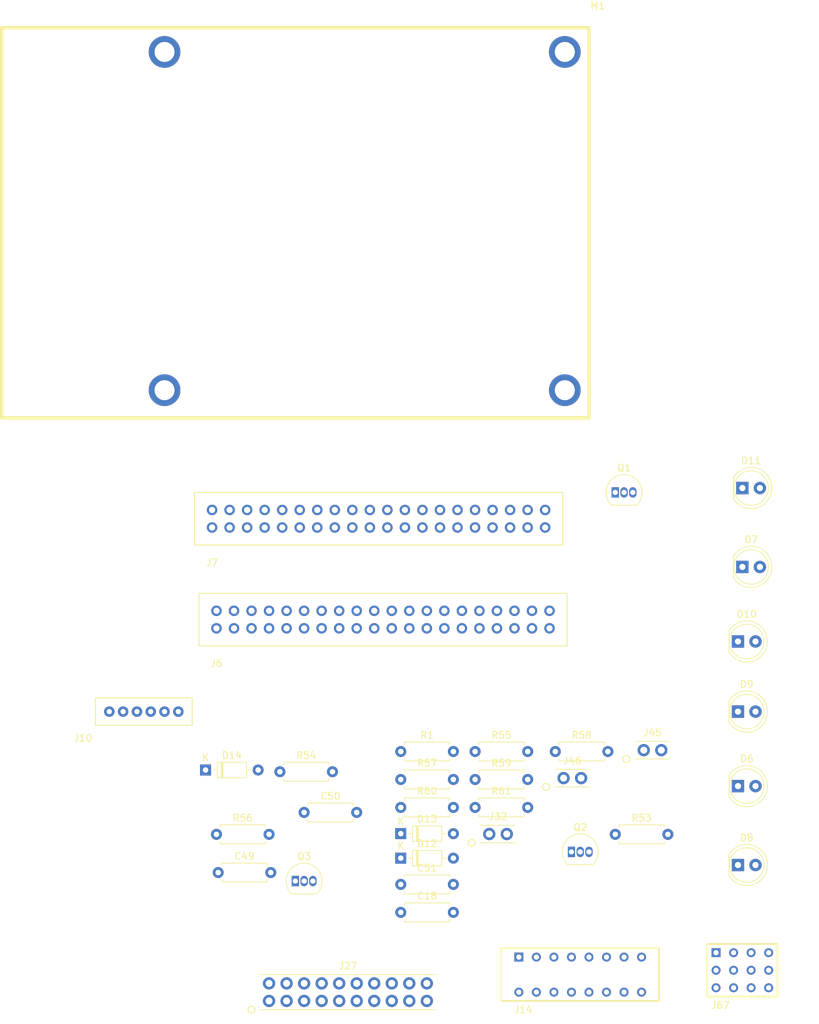
<source format=kicad_pcb>
(kicad_pcb (version 20171130) (host pcbnew "(5.1.10-1-10_14)")

  (general
    (thickness 1.6)
    (drawings 0)
    (tracks 0)
    (zones 0)
    (modules 36)
    (nets 82)
  )

  (page A4)
  (layers
    (0 F.Cu signal)
    (31 B.Cu signal)
    (32 B.Adhes user)
    (33 F.Adhes user)
    (34 B.Paste user)
    (35 F.Paste user)
    (36 B.SilkS user)
    (37 F.SilkS user)
    (38 B.Mask user)
    (39 F.Mask user)
    (40 Dwgs.User user)
    (41 Cmts.User user)
    (42 Eco1.User user)
    (43 Eco2.User user)
    (44 Edge.Cuts user)
    (45 Margin user)
    (46 B.CrtYd user)
    (47 F.CrtYd user)
    (48 B.Fab user)
    (49 F.Fab user)
  )

  (setup
    (last_trace_width 0.25)
    (trace_clearance 0.2)
    (zone_clearance 0.508)
    (zone_45_only no)
    (trace_min 0.2)
    (via_size 0.8)
    (via_drill 0.4)
    (via_min_size 0.4)
    (via_min_drill 0.3)
    (uvia_size 0.3)
    (uvia_drill 0.1)
    (uvias_allowed no)
    (uvia_min_size 0.2)
    (uvia_min_drill 0.1)
    (edge_width 0.1)
    (segment_width 0.2)
    (pcb_text_width 0.3)
    (pcb_text_size 1.5 1.5)
    (mod_edge_width 0.15)
    (mod_text_size 1 1)
    (mod_text_width 0.15)
    (pad_size 1.524 1.524)
    (pad_drill 0.762)
    (pad_to_mask_clearance 0)
    (aux_axis_origin 0 0)
    (visible_elements FFFFF77F)
    (pcbplotparams
      (layerselection 0x010fc_ffffffff)
      (usegerberextensions false)
      (usegerberattributes true)
      (usegerberadvancedattributes true)
      (creategerberjobfile true)
      (excludeedgelayer true)
      (linewidth 0.100000)
      (plotframeref false)
      (viasonmask false)
      (mode 1)
      (useauxorigin false)
      (hpglpennumber 1)
      (hpglpenspeed 20)
      (hpglpendiameter 15.000000)
      (psnegative false)
      (psa4output false)
      (plotreference true)
      (plotvalue true)
      (plotinvisibletext false)
      (padsonsilk false)
      (subtractmaskfromsilk false)
      (outputformat 1)
      (mirror false)
      (drillshape 1)
      (scaleselection 1)
      (outputdirectory ""))
  )

  (net 0 "")
  (net 1 +3.3V_brain)
  (net 2 GND_brain)
  (net 3 +5V_brain)
  (net 4 "Net-(C50-Pad2)")
  (net 5 "Net-(C51-Pad2)")
  (net 6 "Net-(D6-Pad2)")
  (net 7 "Net-(D7-Pad2)")
  (net 8 "Net-(D8-Pad2)")
  (net 9 "Net-(D9-Pad2)")
  (net 10 "Net-(D10-Pad2)")
  (net 11 "Net-(D11-Pad2)")
  (net 12 "/Brain Board/alert")
  (net 13 "Net-(D12-Pad2)")
  (net 14 "/Brain Board/TXD")
  (net 15 "/Brain Board/RXD")
  (net 16 "Net-(J6-Pad40)")
  (net 17 "Net-(J6-Pad38)")
  (net 18 "Net-(J6-Pad37)")
  (net 19 "Net-(J6-Pad36)")
  (net 20 "Net-(J6-Pad35)")
  (net 21 "Net-(J6-Pad33)")
  (net 22 "Net-(J6-Pad32)")
  (net 23 "Net-(J6-Pad31)")
  (net 24 "Net-(J6-Pad29)")
  (net 25 "Net-(J6-Pad28)")
  (net 26 "Net-(J6-Pad27)")
  (net 27 "Net-(J6-Pad26)")
  (net 28 "Net-(J6-Pad24)")
  (net 29 "Net-(J6-Pad23)")
  (net 30 "Net-(J6-Pad22)")
  (net 31 "Net-(J6-Pad21)")
  (net 32 "Net-(J6-Pad19)")
  (net 33 "Net-(J6-Pad18)")
  (net 34 "/Brain Board/E_STOP_pi")
  (net 35 "/Brain Board/OEservos")
  (net 36 "Net-(J6-Pad12)")
  (net 37 "Net-(J6-Pad11)")
  (net 38 "Net-(J6-Pad7)")
  (net 39 "/Brain Board/SCL_rpi")
  (net 40 "/Brain Board/SDA_rpi")
  (net 41 "Net-(J7-Pad7)")
  (net 42 "Net-(J7-Pad11)")
  (net 43 "Net-(J7-Pad12)")
  (net 44 "Net-(J7-Pad13)")
  (net 45 "Net-(J7-Pad15)")
  (net 46 "Net-(J7-Pad16)")
  (net 47 "Net-(J7-Pad18)")
  (net 48 "Net-(J7-Pad19)")
  (net 49 "Net-(J7-Pad21)")
  (net 50 "Net-(J7-Pad22)")
  (net 51 "Net-(J7-Pad23)")
  (net 52 "Net-(J7-Pad24)")
  (net 53 "Net-(J7-Pad26)")
  (net 54 "Net-(J7-Pad27)")
  (net 55 "Net-(J7-Pad28)")
  (net 56 "Net-(J7-Pad29)")
  (net 57 "Net-(J7-Pad31)")
  (net 58 "Net-(J7-Pad32)")
  (net 59 "Net-(J7-Pad33)")
  (net 60 "Net-(J7-Pad35)")
  (net 61 "Net-(J7-Pad36)")
  (net 62 "Net-(J7-Pad37)")
  (net 63 "Net-(J7-Pad38)")
  (net 64 "Net-(J7-Pad40)")
  (net 65 +12V_brain)
  (net 66 "Net-(J10-Pad6)")
  (net 67 "/Brain Board/E_STOP")
  (net 68 "/Brain Board/E_STOP2")
  (net 69 "/Brain Board/E_STOP2_in")
  (net 70 "/Brain Board/E_STOP3")
  (net 71 "/Brain Board/E_STOP3_in")
  (net 72 "Net-(J14-Pad16)")
  (net 73 "Net-(J14-Pad15)")
  (net 74 "Net-(J14-Pad14)")
  (net 75 "Net-(J14-Pad13)")
  (net 76 "Net-(J27-Pad11)")
  (net 77 "Net-(J27-Pad15)")
  (net 78 "Net-(J27-Pad12)")
  (net 79 "Net-(Q1-Pad2)")
  (net 80 "Net-(Q2-Pad2)")
  (net 81 "Net-(Q3-Pad2)")

  (net_class Default "This is the default net class."
    (clearance 0.2)
    (trace_width 0.25)
    (via_dia 0.8)
    (via_drill 0.4)
    (uvia_dia 0.3)
    (uvia_drill 0.1)
    (add_net +12V_brain)
    (add_net +3.3V_brain)
    (add_net +5V_brain)
    (add_net "/Brain Board/E_STOP")
    (add_net "/Brain Board/E_STOP2")
    (add_net "/Brain Board/E_STOP2_in")
    (add_net "/Brain Board/E_STOP3")
    (add_net "/Brain Board/E_STOP3_in")
    (add_net "/Brain Board/E_STOP_pi")
    (add_net "/Brain Board/OEservos")
    (add_net "/Brain Board/RXD")
    (add_net "/Brain Board/SCL_rpi")
    (add_net "/Brain Board/SDA_rpi")
    (add_net "/Brain Board/TXD")
    (add_net "/Brain Board/alert")
    (add_net GND_brain)
    (add_net "Net-(C50-Pad2)")
    (add_net "Net-(C51-Pad2)")
    (add_net "Net-(D10-Pad2)")
    (add_net "Net-(D11-Pad2)")
    (add_net "Net-(D12-Pad2)")
    (add_net "Net-(D6-Pad2)")
    (add_net "Net-(D7-Pad2)")
    (add_net "Net-(D8-Pad2)")
    (add_net "Net-(D9-Pad2)")
    (add_net "Net-(J10-Pad6)")
    (add_net "Net-(J14-Pad13)")
    (add_net "Net-(J14-Pad14)")
    (add_net "Net-(J14-Pad15)")
    (add_net "Net-(J14-Pad16)")
    (add_net "Net-(J27-Pad11)")
    (add_net "Net-(J27-Pad12)")
    (add_net "Net-(J27-Pad15)")
    (add_net "Net-(J6-Pad11)")
    (add_net "Net-(J6-Pad12)")
    (add_net "Net-(J6-Pad18)")
    (add_net "Net-(J6-Pad19)")
    (add_net "Net-(J6-Pad21)")
    (add_net "Net-(J6-Pad22)")
    (add_net "Net-(J6-Pad23)")
    (add_net "Net-(J6-Pad24)")
    (add_net "Net-(J6-Pad26)")
    (add_net "Net-(J6-Pad27)")
    (add_net "Net-(J6-Pad28)")
    (add_net "Net-(J6-Pad29)")
    (add_net "Net-(J6-Pad31)")
    (add_net "Net-(J6-Pad32)")
    (add_net "Net-(J6-Pad33)")
    (add_net "Net-(J6-Pad35)")
    (add_net "Net-(J6-Pad36)")
    (add_net "Net-(J6-Pad37)")
    (add_net "Net-(J6-Pad38)")
    (add_net "Net-(J6-Pad40)")
    (add_net "Net-(J6-Pad7)")
    (add_net "Net-(J7-Pad11)")
    (add_net "Net-(J7-Pad12)")
    (add_net "Net-(J7-Pad13)")
    (add_net "Net-(J7-Pad15)")
    (add_net "Net-(J7-Pad16)")
    (add_net "Net-(J7-Pad18)")
    (add_net "Net-(J7-Pad19)")
    (add_net "Net-(J7-Pad21)")
    (add_net "Net-(J7-Pad22)")
    (add_net "Net-(J7-Pad23)")
    (add_net "Net-(J7-Pad24)")
    (add_net "Net-(J7-Pad26)")
    (add_net "Net-(J7-Pad27)")
    (add_net "Net-(J7-Pad28)")
    (add_net "Net-(J7-Pad29)")
    (add_net "Net-(J7-Pad31)")
    (add_net "Net-(J7-Pad32)")
    (add_net "Net-(J7-Pad33)")
    (add_net "Net-(J7-Pad35)")
    (add_net "Net-(J7-Pad36)")
    (add_net "Net-(J7-Pad37)")
    (add_net "Net-(J7-Pad38)")
    (add_net "Net-(J7-Pad40)")
    (add_net "Net-(J7-Pad7)")
    (add_net "Net-(Q1-Pad2)")
    (add_net "Net-(Q2-Pad2)")
    (add_net "Net-(Q3-Pad2)")
  )

  (module Resistor_THT:R_Axial_DIN0207_L6.3mm_D2.5mm_P7.62mm_Horizontal (layer F.Cu) (tedit 5AE5139B) (tstamp 61D72733)
    (at 85.760001 145.285001)
    (descr "Resistor, Axial_DIN0207 series, Axial, Horizontal, pin pitch=7.62mm, 0.25W = 1/4W, length*diameter=6.3*2.5mm^2, http://cdn-reichelt.de/documents/datenblatt/B400/1_4W%23YAG.pdf")
    (tags "Resistor Axial_DIN0207 series Axial Horizontal pin pitch 7.62mm 0.25W = 1/4W length 6.3mm diameter 2.5mm")
    (path /60A5279E/60A8A94F)
    (fp_text reference C18 (at 3.81 -2.37) (layer F.SilkS)
      (effects (font (size 1 1) (thickness 0.15)))
    )
    (fp_text value 100nf (at 3.81 2.37) (layer F.Fab)
      (effects (font (size 1 1) (thickness 0.15)))
    )
    (fp_text user %R (at 3.81 0) (layer F.Fab)
      (effects (font (size 1 1) (thickness 0.15)))
    )
    (fp_line (start 0.66 -1.25) (end 0.66 1.25) (layer F.Fab) (width 0.1))
    (fp_line (start 0.66 1.25) (end 6.96 1.25) (layer F.Fab) (width 0.1))
    (fp_line (start 6.96 1.25) (end 6.96 -1.25) (layer F.Fab) (width 0.1))
    (fp_line (start 6.96 -1.25) (end 0.66 -1.25) (layer F.Fab) (width 0.1))
    (fp_line (start 0 0) (end 0.66 0) (layer F.Fab) (width 0.1))
    (fp_line (start 7.62 0) (end 6.96 0) (layer F.Fab) (width 0.1))
    (fp_line (start 0.54 -1.04) (end 0.54 -1.37) (layer F.SilkS) (width 0.12))
    (fp_line (start 0.54 -1.37) (end 7.08 -1.37) (layer F.SilkS) (width 0.12))
    (fp_line (start 7.08 -1.37) (end 7.08 -1.04) (layer F.SilkS) (width 0.12))
    (fp_line (start 0.54 1.04) (end 0.54 1.37) (layer F.SilkS) (width 0.12))
    (fp_line (start 0.54 1.37) (end 7.08 1.37) (layer F.SilkS) (width 0.12))
    (fp_line (start 7.08 1.37) (end 7.08 1.04) (layer F.SilkS) (width 0.12))
    (fp_line (start -1.05 -1.5) (end -1.05 1.5) (layer F.CrtYd) (width 0.05))
    (fp_line (start -1.05 1.5) (end 8.67 1.5) (layer F.CrtYd) (width 0.05))
    (fp_line (start 8.67 1.5) (end 8.67 -1.5) (layer F.CrtYd) (width 0.05))
    (fp_line (start 8.67 -1.5) (end -1.05 -1.5) (layer F.CrtYd) (width 0.05))
    (pad 2 thru_hole oval (at 7.62 0) (size 1.6 1.6) (drill 0.8) (layers *.Cu *.Mask)
      (net 2 GND_brain))
    (pad 1 thru_hole circle (at 0 0) (size 1.6 1.6) (drill 0.8) (layers *.Cu *.Mask)
      (net 1 +3.3V_brain))
    (model ${KISYS3DMOD}/Resistor_THT.3dshapes/R_Axial_DIN0207_L6.3mm_D2.5mm_P7.62mm_Horizontal.wrl
      (at (xyz 0 0 0))
      (scale (xyz 1 1 1))
      (rotate (xyz 0 0 0))
    )
  )

  (module Resistor_THT:R_Axial_DIN0207_L6.3mm_D2.5mm_P7.62mm_Horizontal (layer F.Cu) (tedit 5AE5139B) (tstamp 61D775FD)
    (at 59.305001 139.520001)
    (descr "Resistor, Axial_DIN0207 series, Axial, Horizontal, pin pitch=7.62mm, 0.25W = 1/4W, length*diameter=6.3*2.5mm^2, http://cdn-reichelt.de/documents/datenblatt/B400/1_4W%23YAG.pdf")
    (tags "Resistor Axial_DIN0207 series Axial Horizontal pin pitch 7.62mm 0.25W = 1/4W length 6.3mm diameter 2.5mm")
    (path /60A5279E/61420FF3)
    (fp_text reference C49 (at 3.81 -2.37) (layer F.SilkS)
      (effects (font (size 1 1) (thickness 0.15)))
    )
    (fp_text value 100nf (at 3.81 2.37) (layer F.Fab)
      (effects (font (size 1 1) (thickness 0.15)))
    )
    (fp_text user %R (at 3.81 0) (layer F.Fab)
      (effects (font (size 1 1) (thickness 0.15)))
    )
    (fp_line (start 0.66 -1.25) (end 0.66 1.25) (layer F.Fab) (width 0.1))
    (fp_line (start 0.66 1.25) (end 6.96 1.25) (layer F.Fab) (width 0.1))
    (fp_line (start 6.96 1.25) (end 6.96 -1.25) (layer F.Fab) (width 0.1))
    (fp_line (start 6.96 -1.25) (end 0.66 -1.25) (layer F.Fab) (width 0.1))
    (fp_line (start 0 0) (end 0.66 0) (layer F.Fab) (width 0.1))
    (fp_line (start 7.62 0) (end 6.96 0) (layer F.Fab) (width 0.1))
    (fp_line (start 0.54 -1.04) (end 0.54 -1.37) (layer F.SilkS) (width 0.12))
    (fp_line (start 0.54 -1.37) (end 7.08 -1.37) (layer F.SilkS) (width 0.12))
    (fp_line (start 7.08 -1.37) (end 7.08 -1.04) (layer F.SilkS) (width 0.12))
    (fp_line (start 0.54 1.04) (end 0.54 1.37) (layer F.SilkS) (width 0.12))
    (fp_line (start 0.54 1.37) (end 7.08 1.37) (layer F.SilkS) (width 0.12))
    (fp_line (start 7.08 1.37) (end 7.08 1.04) (layer F.SilkS) (width 0.12))
    (fp_line (start -1.05 -1.5) (end -1.05 1.5) (layer F.CrtYd) (width 0.05))
    (fp_line (start -1.05 1.5) (end 8.67 1.5) (layer F.CrtYd) (width 0.05))
    (fp_line (start 8.67 1.5) (end 8.67 -1.5) (layer F.CrtYd) (width 0.05))
    (fp_line (start 8.67 -1.5) (end -1.05 -1.5) (layer F.CrtYd) (width 0.05))
    (pad 2 thru_hole oval (at 7.62 0) (size 1.6 1.6) (drill 0.8) (layers *.Cu *.Mask)
      (net 2 GND_brain))
    (pad 1 thru_hole circle (at 0 0) (size 1.6 1.6) (drill 0.8) (layers *.Cu *.Mask)
      (net 3 +5V_brain))
    (model ${KISYS3DMOD}/Resistor_THT.3dshapes/R_Axial_DIN0207_L6.3mm_D2.5mm_P7.62mm_Horizontal.wrl
      (at (xyz 0 0 0))
      (scale (xyz 1 1 1))
      (rotate (xyz 0 0 0))
    )
  )

  (module Resistor_THT:R_Axial_DIN0207_L6.3mm_D2.5mm_P7.62mm_Horizontal (layer F.Cu) (tedit 5AE5139B) (tstamp 61D775BB)
    (at 71.755 130.81)
    (descr "Resistor, Axial_DIN0207 series, Axial, Horizontal, pin pitch=7.62mm, 0.25W = 1/4W, length*diameter=6.3*2.5mm^2, http://cdn-reichelt.de/documents/datenblatt/B400/1_4W%23YAG.pdf")
    (tags "Resistor Axial_DIN0207 series Axial Horizontal pin pitch 7.62mm 0.25W = 1/4W length 6.3mm diameter 2.5mm")
    (path /60A5279E/6129D299)
    (fp_text reference C50 (at 3.81 -2.37) (layer F.SilkS)
      (effects (font (size 1 1) (thickness 0.15)))
    )
    (fp_text value 10nf (at 3.81 2.37) (layer F.Fab)
      (effects (font (size 1 1) (thickness 0.15)))
    )
    (fp_line (start 8.67 -1.5) (end -1.05 -1.5) (layer F.CrtYd) (width 0.05))
    (fp_line (start 8.67 1.5) (end 8.67 -1.5) (layer F.CrtYd) (width 0.05))
    (fp_line (start -1.05 1.5) (end 8.67 1.5) (layer F.CrtYd) (width 0.05))
    (fp_line (start -1.05 -1.5) (end -1.05 1.5) (layer F.CrtYd) (width 0.05))
    (fp_line (start 7.08 1.37) (end 7.08 1.04) (layer F.SilkS) (width 0.12))
    (fp_line (start 0.54 1.37) (end 7.08 1.37) (layer F.SilkS) (width 0.12))
    (fp_line (start 0.54 1.04) (end 0.54 1.37) (layer F.SilkS) (width 0.12))
    (fp_line (start 7.08 -1.37) (end 7.08 -1.04) (layer F.SilkS) (width 0.12))
    (fp_line (start 0.54 -1.37) (end 7.08 -1.37) (layer F.SilkS) (width 0.12))
    (fp_line (start 0.54 -1.04) (end 0.54 -1.37) (layer F.SilkS) (width 0.12))
    (fp_line (start 7.62 0) (end 6.96 0) (layer F.Fab) (width 0.1))
    (fp_line (start 0 0) (end 0.66 0) (layer F.Fab) (width 0.1))
    (fp_line (start 6.96 -1.25) (end 0.66 -1.25) (layer F.Fab) (width 0.1))
    (fp_line (start 6.96 1.25) (end 6.96 -1.25) (layer F.Fab) (width 0.1))
    (fp_line (start 0.66 1.25) (end 6.96 1.25) (layer F.Fab) (width 0.1))
    (fp_line (start 0.66 -1.25) (end 0.66 1.25) (layer F.Fab) (width 0.1))
    (fp_text user %R (at 3.81 0) (layer F.Fab)
      (effects (font (size 1 1) (thickness 0.15)))
    )
    (pad 1 thru_hole circle (at 0 0) (size 1.6 1.6) (drill 0.8) (layers *.Cu *.Mask)
      (net 1 +3.3V_brain))
    (pad 2 thru_hole oval (at 7.62 0) (size 1.6 1.6) (drill 0.8) (layers *.Cu *.Mask)
      (net 4 "Net-(C50-Pad2)"))
    (model ${KISYS3DMOD}/Resistor_THT.3dshapes/R_Axial_DIN0207_L6.3mm_D2.5mm_P7.62mm_Horizontal.wrl
      (at (xyz 0 0 0))
      (scale (xyz 1 1 1))
      (rotate (xyz 0 0 0))
    )
  )

  (module Resistor_THT:R_Axial_DIN0207_L6.3mm_D2.5mm_P7.62mm_Horizontal (layer F.Cu) (tedit 5AE5139B) (tstamp 61D77579)
    (at 85.760001 141.235001)
    (descr "Resistor, Axial_DIN0207 series, Axial, Horizontal, pin pitch=7.62mm, 0.25W = 1/4W, length*diameter=6.3*2.5mm^2, http://cdn-reichelt.de/documents/datenblatt/B400/1_4W%23YAG.pdf")
    (tags "Resistor Axial_DIN0207 series Axial Horizontal pin pitch 7.62mm 0.25W = 1/4W length 6.3mm diameter 2.5mm")
    (path /60A5279E/61326329)
    (fp_text reference C51 (at 3.81 -2.37) (layer F.SilkS)
      (effects (font (size 1 1) (thickness 0.15)))
    )
    (fp_text value 10nf (at 3.81 2.37) (layer F.Fab)
      (effects (font (size 1 1) (thickness 0.15)))
    )
    (fp_text user %R (at 3.81 0) (layer F.Fab)
      (effects (font (size 1 1) (thickness 0.15)))
    )
    (fp_line (start 0.66 -1.25) (end 0.66 1.25) (layer F.Fab) (width 0.1))
    (fp_line (start 0.66 1.25) (end 6.96 1.25) (layer F.Fab) (width 0.1))
    (fp_line (start 6.96 1.25) (end 6.96 -1.25) (layer F.Fab) (width 0.1))
    (fp_line (start 6.96 -1.25) (end 0.66 -1.25) (layer F.Fab) (width 0.1))
    (fp_line (start 0 0) (end 0.66 0) (layer F.Fab) (width 0.1))
    (fp_line (start 7.62 0) (end 6.96 0) (layer F.Fab) (width 0.1))
    (fp_line (start 0.54 -1.04) (end 0.54 -1.37) (layer F.SilkS) (width 0.12))
    (fp_line (start 0.54 -1.37) (end 7.08 -1.37) (layer F.SilkS) (width 0.12))
    (fp_line (start 7.08 -1.37) (end 7.08 -1.04) (layer F.SilkS) (width 0.12))
    (fp_line (start 0.54 1.04) (end 0.54 1.37) (layer F.SilkS) (width 0.12))
    (fp_line (start 0.54 1.37) (end 7.08 1.37) (layer F.SilkS) (width 0.12))
    (fp_line (start 7.08 1.37) (end 7.08 1.04) (layer F.SilkS) (width 0.12))
    (fp_line (start -1.05 -1.5) (end -1.05 1.5) (layer F.CrtYd) (width 0.05))
    (fp_line (start -1.05 1.5) (end 8.67 1.5) (layer F.CrtYd) (width 0.05))
    (fp_line (start 8.67 1.5) (end 8.67 -1.5) (layer F.CrtYd) (width 0.05))
    (fp_line (start 8.67 -1.5) (end -1.05 -1.5) (layer F.CrtYd) (width 0.05))
    (pad 2 thru_hole oval (at 7.62 0) (size 1.6 1.6) (drill 0.8) (layers *.Cu *.Mask)
      (net 5 "Net-(C51-Pad2)"))
    (pad 1 thru_hole circle (at 0 0) (size 1.6 1.6) (drill 0.8) (layers *.Cu *.Mask)
      (net 1 +3.3V_brain))
    (model ${KISYS3DMOD}/Resistor_THT.3dshapes/R_Axial_DIN0207_L6.3mm_D2.5mm_P7.62mm_Horizontal.wrl
      (at (xyz 0 0 0))
      (scale (xyz 1 1 1))
      (rotate (xyz 0 0 0))
    )
  )

  (module LED_THT:LED_D5.0mm (layer F.Cu) (tedit 5995936A) (tstamp 61D77541)
    (at 134.62 127)
    (descr "LED, diameter 5.0mm, 2 pins, http://cdn-reichelt.de/documents/datenblatt/A500/LL-504BC2E-009.pdf")
    (tags "LED diameter 5.0mm 2 pins")
    (path /60A5279E/61604AEF)
    (fp_text reference D6 (at 1.27 -3.96) (layer F.SilkS)
      (effects (font (size 1 1) (thickness 0.15)))
    )
    (fp_text value "LED - WP1503GT (green)" (at 1.27 3.96) (layer F.Fab)
      (effects (font (size 1 1) (thickness 0.15)))
    )
    (fp_text user %R (at 1.25 0) (layer F.Fab)
      (effects (font (size 0.8 0.8) (thickness 0.2)))
    )
    (fp_arc (start 1.27 0) (end -1.29 1.54483) (angle -148.9) (layer F.SilkS) (width 0.12))
    (fp_arc (start 1.27 0) (end -1.29 -1.54483) (angle 148.9) (layer F.SilkS) (width 0.12))
    (fp_arc (start 1.27 0) (end -1.23 -1.469694) (angle 299.1) (layer F.Fab) (width 0.1))
    (fp_circle (center 1.27 0) (end 3.77 0) (layer F.Fab) (width 0.1))
    (fp_circle (center 1.27 0) (end 3.77 0) (layer F.SilkS) (width 0.12))
    (fp_line (start -1.23 -1.469694) (end -1.23 1.469694) (layer F.Fab) (width 0.1))
    (fp_line (start -1.29 -1.545) (end -1.29 1.545) (layer F.SilkS) (width 0.12))
    (fp_line (start -1.95 -3.25) (end -1.95 3.25) (layer F.CrtYd) (width 0.05))
    (fp_line (start -1.95 3.25) (end 4.5 3.25) (layer F.CrtYd) (width 0.05))
    (fp_line (start 4.5 3.25) (end 4.5 -3.25) (layer F.CrtYd) (width 0.05))
    (fp_line (start 4.5 -3.25) (end -1.95 -3.25) (layer F.CrtYd) (width 0.05))
    (pad 2 thru_hole circle (at 2.54 0) (size 1.8 1.8) (drill 0.9) (layers *.Cu *.Mask)
      (net 6 "Net-(D6-Pad2)"))
    (pad 1 thru_hole rect (at 0 0) (size 1.8 1.8) (drill 0.9) (layers *.Cu *.Mask)
      (net 2 GND_brain))
    (model ${KISYS3DMOD}/LED_THT.3dshapes/LED_D5.0mm.wrl
      (at (xyz 0 0 0))
      (scale (xyz 1 1 1))
      (rotate (xyz 0 0 0))
    )
  )

  (module LED_THT:LED_D5.0mm (layer F.Cu) (tedit 5995936A) (tstamp 61D7750E)
    (at 135.255 95.25)
    (descr "LED, diameter 5.0mm, 2 pins, http://cdn-reichelt.de/documents/datenblatt/A500/LL-504BC2E-009.pdf")
    (tags "LED diameter 5.0mm 2 pins")
    (path /60A5279E/611A029F)
    (fp_text reference D7 (at 1.27 -3.96) (layer F.SilkS)
      (effects (font (size 1 1) (thickness 0.15)))
    )
    (fp_text value "LED - WP1503GT (green)" (at 1.27 3.96) (layer F.Fab)
      (effects (font (size 1 1) (thickness 0.15)))
    )
    (fp_line (start 4.5 -3.25) (end -1.95 -3.25) (layer F.CrtYd) (width 0.05))
    (fp_line (start 4.5 3.25) (end 4.5 -3.25) (layer F.CrtYd) (width 0.05))
    (fp_line (start -1.95 3.25) (end 4.5 3.25) (layer F.CrtYd) (width 0.05))
    (fp_line (start -1.95 -3.25) (end -1.95 3.25) (layer F.CrtYd) (width 0.05))
    (fp_line (start -1.29 -1.545) (end -1.29 1.545) (layer F.SilkS) (width 0.12))
    (fp_line (start -1.23 -1.469694) (end -1.23 1.469694) (layer F.Fab) (width 0.1))
    (fp_circle (center 1.27 0) (end 3.77 0) (layer F.SilkS) (width 0.12))
    (fp_circle (center 1.27 0) (end 3.77 0) (layer F.Fab) (width 0.1))
    (fp_arc (start 1.27 0) (end -1.23 -1.469694) (angle 299.1) (layer F.Fab) (width 0.1))
    (fp_arc (start 1.27 0) (end -1.29 -1.54483) (angle 148.9) (layer F.SilkS) (width 0.12))
    (fp_arc (start 1.27 0) (end -1.29 1.54483) (angle -148.9) (layer F.SilkS) (width 0.12))
    (fp_text user %R (at 1.25 0) (layer F.Fab)
      (effects (font (size 0.8 0.8) (thickness 0.2)))
    )
    (pad 1 thru_hole rect (at 0 0) (size 1.8 1.8) (drill 0.9) (layers *.Cu *.Mask)
      (net 2 GND_brain))
    (pad 2 thru_hole circle (at 2.54 0) (size 1.8 1.8) (drill 0.9) (layers *.Cu *.Mask)
      (net 7 "Net-(D7-Pad2)"))
    (model ${KISYS3DMOD}/LED_THT.3dshapes/LED_D5.0mm.wrl
      (at (xyz 0 0 0))
      (scale (xyz 1 1 1))
      (rotate (xyz 0 0 0))
    )
  )

  (module LED_THT:LED_D5.0mm (layer F.Cu) (tedit 5995936A) (tstamp 61D774DB)
    (at 134.62 138.43)
    (descr "LED, diameter 5.0mm, 2 pins, http://cdn-reichelt.de/documents/datenblatt/A500/LL-504BC2E-009.pdf")
    (tags "LED diameter 5.0mm 2 pins")
    (path /60A5279E/611A5E0B)
    (fp_text reference D8 (at 1.27 -3.96) (layer F.SilkS)
      (effects (font (size 1 1) (thickness 0.15)))
    )
    (fp_text value "LED - WP1503GT (green)" (at 1.27 3.96) (layer F.Fab)
      (effects (font (size 1 1) (thickness 0.15)))
    )
    (fp_line (start 4.5 -3.25) (end -1.95 -3.25) (layer F.CrtYd) (width 0.05))
    (fp_line (start 4.5 3.25) (end 4.5 -3.25) (layer F.CrtYd) (width 0.05))
    (fp_line (start -1.95 3.25) (end 4.5 3.25) (layer F.CrtYd) (width 0.05))
    (fp_line (start -1.95 -3.25) (end -1.95 3.25) (layer F.CrtYd) (width 0.05))
    (fp_line (start -1.29 -1.545) (end -1.29 1.545) (layer F.SilkS) (width 0.12))
    (fp_line (start -1.23 -1.469694) (end -1.23 1.469694) (layer F.Fab) (width 0.1))
    (fp_circle (center 1.27 0) (end 3.77 0) (layer F.SilkS) (width 0.12))
    (fp_circle (center 1.27 0) (end 3.77 0) (layer F.Fab) (width 0.1))
    (fp_arc (start 1.27 0) (end -1.23 -1.469694) (angle 299.1) (layer F.Fab) (width 0.1))
    (fp_arc (start 1.27 0) (end -1.29 -1.54483) (angle 148.9) (layer F.SilkS) (width 0.12))
    (fp_arc (start 1.27 0) (end -1.29 1.54483) (angle -148.9) (layer F.SilkS) (width 0.12))
    (fp_text user %R (at 1.25 0) (layer F.Fab)
      (effects (font (size 0.8 0.8) (thickness 0.2)))
    )
    (pad 1 thru_hole rect (at 0 0) (size 1.8 1.8) (drill 0.9) (layers *.Cu *.Mask)
      (net 2 GND_brain))
    (pad 2 thru_hole circle (at 2.54 0) (size 1.8 1.8) (drill 0.9) (layers *.Cu *.Mask)
      (net 8 "Net-(D8-Pad2)"))
    (model ${KISYS3DMOD}/LED_THT.3dshapes/LED_D5.0mm.wrl
      (at (xyz 0 0 0))
      (scale (xyz 1 1 1))
      (rotate (xyz 0 0 0))
    )
  )

  (module LED_THT:LED_D5.0mm (layer F.Cu) (tedit 5995936A) (tstamp 61D774A8)
    (at 134.62 116.205)
    (descr "LED, diameter 5.0mm, 2 pins, http://cdn-reichelt.de/documents/datenblatt/A500/LL-504BC2E-009.pdf")
    (tags "LED diameter 5.0mm 2 pins")
    (path /60A5279E/6131007C)
    (fp_text reference D9 (at 1.27 -3.96) (layer F.SilkS)
      (effects (font (size 1 1) (thickness 0.15)))
    )
    (fp_text value "LED - WP1503GT (green)" (at 1.27 3.96) (layer F.Fab)
      (effects (font (size 1 1) (thickness 0.15)))
    )
    (fp_line (start 4.5 -3.25) (end -1.95 -3.25) (layer F.CrtYd) (width 0.05))
    (fp_line (start 4.5 3.25) (end 4.5 -3.25) (layer F.CrtYd) (width 0.05))
    (fp_line (start -1.95 3.25) (end 4.5 3.25) (layer F.CrtYd) (width 0.05))
    (fp_line (start -1.95 -3.25) (end -1.95 3.25) (layer F.CrtYd) (width 0.05))
    (fp_line (start -1.29 -1.545) (end -1.29 1.545) (layer F.SilkS) (width 0.12))
    (fp_line (start -1.23 -1.469694) (end -1.23 1.469694) (layer F.Fab) (width 0.1))
    (fp_circle (center 1.27 0) (end 3.77 0) (layer F.SilkS) (width 0.12))
    (fp_circle (center 1.27 0) (end 3.77 0) (layer F.Fab) (width 0.1))
    (fp_arc (start 1.27 0) (end -1.23 -1.469694) (angle 299.1) (layer F.Fab) (width 0.1))
    (fp_arc (start 1.27 0) (end -1.29 -1.54483) (angle 148.9) (layer F.SilkS) (width 0.12))
    (fp_arc (start 1.27 0) (end -1.29 1.54483) (angle -148.9) (layer F.SilkS) (width 0.12))
    (fp_text user %R (at 1.25 0) (layer F.Fab)
      (effects (font (size 0.8 0.8) (thickness 0.2)))
    )
    (pad 1 thru_hole rect (at 0 0) (size 1.8 1.8) (drill 0.9) (layers *.Cu *.Mask)
      (net 2 GND_brain))
    (pad 2 thru_hole circle (at 2.54 0) (size 1.8 1.8) (drill 0.9) (layers *.Cu *.Mask)
      (net 9 "Net-(D9-Pad2)"))
    (model ${KISYS3DMOD}/LED_THT.3dshapes/LED_D5.0mm.wrl
      (at (xyz 0 0 0))
      (scale (xyz 1 1 1))
      (rotate (xyz 0 0 0))
    )
  )

  (module LED_THT:LED_D5.0mm (layer F.Cu) (tedit 5995936A) (tstamp 61D77475)
    (at 134.62 106.045)
    (descr "LED, diameter 5.0mm, 2 pins, http://cdn-reichelt.de/documents/datenblatt/A500/LL-504BC2E-009.pdf")
    (tags "LED diameter 5.0mm 2 pins")
    (path /60A5279E/61326354)
    (fp_text reference D10 (at 1.27 -3.96) (layer F.SilkS)
      (effects (font (size 1 1) (thickness 0.15)))
    )
    (fp_text value "LED - WP1503GT (green)" (at 1.27 3.96) (layer F.Fab)
      (effects (font (size 1 1) (thickness 0.15)))
    )
    (fp_text user %R (at 1.25 0) (layer F.Fab)
      (effects (font (size 0.8 0.8) (thickness 0.2)))
    )
    (fp_arc (start 1.27 0) (end -1.29 1.54483) (angle -148.9) (layer F.SilkS) (width 0.12))
    (fp_arc (start 1.27 0) (end -1.29 -1.54483) (angle 148.9) (layer F.SilkS) (width 0.12))
    (fp_arc (start 1.27 0) (end -1.23 -1.469694) (angle 299.1) (layer F.Fab) (width 0.1))
    (fp_circle (center 1.27 0) (end 3.77 0) (layer F.Fab) (width 0.1))
    (fp_circle (center 1.27 0) (end 3.77 0) (layer F.SilkS) (width 0.12))
    (fp_line (start -1.23 -1.469694) (end -1.23 1.469694) (layer F.Fab) (width 0.1))
    (fp_line (start -1.29 -1.545) (end -1.29 1.545) (layer F.SilkS) (width 0.12))
    (fp_line (start -1.95 -3.25) (end -1.95 3.25) (layer F.CrtYd) (width 0.05))
    (fp_line (start -1.95 3.25) (end 4.5 3.25) (layer F.CrtYd) (width 0.05))
    (fp_line (start 4.5 3.25) (end 4.5 -3.25) (layer F.CrtYd) (width 0.05))
    (fp_line (start 4.5 -3.25) (end -1.95 -3.25) (layer F.CrtYd) (width 0.05))
    (pad 2 thru_hole circle (at 2.54 0) (size 1.8 1.8) (drill 0.9) (layers *.Cu *.Mask)
      (net 10 "Net-(D10-Pad2)"))
    (pad 1 thru_hole rect (at 0 0) (size 1.8 1.8) (drill 0.9) (layers *.Cu *.Mask)
      (net 2 GND_brain))
    (model ${KISYS3DMOD}/LED_THT.3dshapes/LED_D5.0mm.wrl
      (at (xyz 0 0 0))
      (scale (xyz 1 1 1))
      (rotate (xyz 0 0 0))
    )
  )

  (module LED_THT:LED_D5.0mm (layer F.Cu) (tedit 5995936A) (tstamp 61D77442)
    (at 135.255 83.82)
    (descr "LED, diameter 5.0mm, 2 pins, http://cdn-reichelt.de/documents/datenblatt/A500/LL-504BC2E-009.pdf")
    (tags "LED diameter 5.0mm 2 pins")
    (path /60A5279E/6133EF0C)
    (fp_text reference D11 (at 1.27 -3.96) (layer F.SilkS)
      (effects (font (size 1 1) (thickness 0.15)))
    )
    (fp_text value "LED - WP1503GT (green)" (at 1.27 3.96) (layer F.Fab)
      (effects (font (size 1 1) (thickness 0.15)))
    )
    (fp_line (start 4.5 -3.25) (end -1.95 -3.25) (layer F.CrtYd) (width 0.05))
    (fp_line (start 4.5 3.25) (end 4.5 -3.25) (layer F.CrtYd) (width 0.05))
    (fp_line (start -1.95 3.25) (end 4.5 3.25) (layer F.CrtYd) (width 0.05))
    (fp_line (start -1.95 -3.25) (end -1.95 3.25) (layer F.CrtYd) (width 0.05))
    (fp_line (start -1.29 -1.545) (end -1.29 1.545) (layer F.SilkS) (width 0.12))
    (fp_line (start -1.23 -1.469694) (end -1.23 1.469694) (layer F.Fab) (width 0.1))
    (fp_circle (center 1.27 0) (end 3.77 0) (layer F.SilkS) (width 0.12))
    (fp_circle (center 1.27 0) (end 3.77 0) (layer F.Fab) (width 0.1))
    (fp_arc (start 1.27 0) (end -1.23 -1.469694) (angle 299.1) (layer F.Fab) (width 0.1))
    (fp_arc (start 1.27 0) (end -1.29 -1.54483) (angle 148.9) (layer F.SilkS) (width 0.12))
    (fp_arc (start 1.27 0) (end -1.29 1.54483) (angle -148.9) (layer F.SilkS) (width 0.12))
    (fp_text user %R (at 1.25 0) (layer F.Fab)
      (effects (font (size 0.8 0.8) (thickness 0.2)))
    )
    (pad 1 thru_hole rect (at 0 0) (size 1.8 1.8) (drill 0.9) (layers *.Cu *.Mask)
      (net 2 GND_brain))
    (pad 2 thru_hole circle (at 2.54 0) (size 1.8 1.8) (drill 0.9) (layers *.Cu *.Mask)
      (net 11 "Net-(D11-Pad2)"))
    (model ${KISYS3DMOD}/LED_THT.3dshapes/LED_D5.0mm.wrl
      (at (xyz 0 0 0))
      (scale (xyz 1 1 1))
      (rotate (xyz 0 0 0))
    )
  )

  (module Diode_THT:D_DO-35_SOD27_P7.62mm_Horizontal (layer F.Cu) (tedit 5AE50CD5) (tstamp 61D773F5)
    (at 85.760001 137.435001)
    (descr "Diode, DO-35_SOD27 series, Axial, Horizontal, pin pitch=7.62mm, , length*diameter=4*2mm^2, , http://www.diodes.com/_files/packages/DO-35.pdf")
    (tags "Diode DO-35_SOD27 series Axial Horizontal pin pitch 7.62mm  length 4mm diameter 2mm")
    (path /60A5279E/6133EEF4)
    (fp_text reference D12 (at 3.81 -2.12) (layer F.SilkS)
      (effects (font (size 1 1) (thickness 0.15)))
    )
    (fp_text value 1N4148 (at 3.81 2.12) (layer F.Fab)
      (effects (font (size 1 1) (thickness 0.15)))
    )
    (fp_text user K (at 0 -1.8) (layer F.SilkS)
      (effects (font (size 1 1) (thickness 0.15)))
    )
    (fp_text user K (at 0 -1.8) (layer F.Fab)
      (effects (font (size 1 1) (thickness 0.15)))
    )
    (fp_text user %R (at 4.11 0) (layer F.Fab)
      (effects (font (size 0.8 0.8) (thickness 0.12)))
    )
    (fp_line (start 1.81 -1) (end 1.81 1) (layer F.Fab) (width 0.1))
    (fp_line (start 1.81 1) (end 5.81 1) (layer F.Fab) (width 0.1))
    (fp_line (start 5.81 1) (end 5.81 -1) (layer F.Fab) (width 0.1))
    (fp_line (start 5.81 -1) (end 1.81 -1) (layer F.Fab) (width 0.1))
    (fp_line (start 0 0) (end 1.81 0) (layer F.Fab) (width 0.1))
    (fp_line (start 7.62 0) (end 5.81 0) (layer F.Fab) (width 0.1))
    (fp_line (start 2.41 -1) (end 2.41 1) (layer F.Fab) (width 0.1))
    (fp_line (start 2.51 -1) (end 2.51 1) (layer F.Fab) (width 0.1))
    (fp_line (start 2.31 -1) (end 2.31 1) (layer F.Fab) (width 0.1))
    (fp_line (start 1.69 -1.12) (end 1.69 1.12) (layer F.SilkS) (width 0.12))
    (fp_line (start 1.69 1.12) (end 5.93 1.12) (layer F.SilkS) (width 0.12))
    (fp_line (start 5.93 1.12) (end 5.93 -1.12) (layer F.SilkS) (width 0.12))
    (fp_line (start 5.93 -1.12) (end 1.69 -1.12) (layer F.SilkS) (width 0.12))
    (fp_line (start 1.04 0) (end 1.69 0) (layer F.SilkS) (width 0.12))
    (fp_line (start 6.58 0) (end 5.93 0) (layer F.SilkS) (width 0.12))
    (fp_line (start 2.41 -1.12) (end 2.41 1.12) (layer F.SilkS) (width 0.12))
    (fp_line (start 2.53 -1.12) (end 2.53 1.12) (layer F.SilkS) (width 0.12))
    (fp_line (start 2.29 -1.12) (end 2.29 1.12) (layer F.SilkS) (width 0.12))
    (fp_line (start -1.05 -1.25) (end -1.05 1.25) (layer F.CrtYd) (width 0.05))
    (fp_line (start -1.05 1.25) (end 8.67 1.25) (layer F.CrtYd) (width 0.05))
    (fp_line (start 8.67 1.25) (end 8.67 -1.25) (layer F.CrtYd) (width 0.05))
    (fp_line (start 8.67 -1.25) (end -1.05 -1.25) (layer F.CrtYd) (width 0.05))
    (pad 2 thru_hole oval (at 7.62 0) (size 1.6 1.6) (drill 0.8) (layers *.Cu *.Mask)
      (net 13 "Net-(D12-Pad2)"))
    (pad 1 thru_hole rect (at 0 0) (size 1.6 1.6) (drill 0.8) (layers *.Cu *.Mask)
      (net 12 "/Brain Board/alert"))
    (model ${KISYS3DMOD}/Diode_THT.3dshapes/D_DO-35_SOD27_P7.62mm_Horizontal.wrl
      (at (xyz 0 0 0))
      (scale (xyz 1 1 1))
      (rotate (xyz 0 0 0))
    )
  )

  (module Diode_THT:D_DO-35_SOD27_P7.62mm_Horizontal (layer F.Cu) (tedit 5AE50CD5) (tstamp 61D7739B)
    (at 85.760001 133.885001)
    (descr "Diode, DO-35_SOD27 series, Axial, Horizontal, pin pitch=7.62mm, , length*diameter=4*2mm^2, , http://www.diodes.com/_files/packages/DO-35.pdf")
    (tags "Diode DO-35_SOD27 series Axial Horizontal pin pitch 7.62mm  length 4mm diameter 2mm")
    (path /60A5279E/612DF187)
    (fp_text reference D13 (at 3.81 -2.12) (layer F.SilkS)
      (effects (font (size 1 1) (thickness 0.15)))
    )
    (fp_text value 1N4148 (at 3.81 2.12) (layer F.Fab)
      (effects (font (size 1 1) (thickness 0.15)))
    )
    (fp_line (start 8.67 -1.25) (end -1.05 -1.25) (layer F.CrtYd) (width 0.05))
    (fp_line (start 8.67 1.25) (end 8.67 -1.25) (layer F.CrtYd) (width 0.05))
    (fp_line (start -1.05 1.25) (end 8.67 1.25) (layer F.CrtYd) (width 0.05))
    (fp_line (start -1.05 -1.25) (end -1.05 1.25) (layer F.CrtYd) (width 0.05))
    (fp_line (start 2.29 -1.12) (end 2.29 1.12) (layer F.SilkS) (width 0.12))
    (fp_line (start 2.53 -1.12) (end 2.53 1.12) (layer F.SilkS) (width 0.12))
    (fp_line (start 2.41 -1.12) (end 2.41 1.12) (layer F.SilkS) (width 0.12))
    (fp_line (start 6.58 0) (end 5.93 0) (layer F.SilkS) (width 0.12))
    (fp_line (start 1.04 0) (end 1.69 0) (layer F.SilkS) (width 0.12))
    (fp_line (start 5.93 -1.12) (end 1.69 -1.12) (layer F.SilkS) (width 0.12))
    (fp_line (start 5.93 1.12) (end 5.93 -1.12) (layer F.SilkS) (width 0.12))
    (fp_line (start 1.69 1.12) (end 5.93 1.12) (layer F.SilkS) (width 0.12))
    (fp_line (start 1.69 -1.12) (end 1.69 1.12) (layer F.SilkS) (width 0.12))
    (fp_line (start 2.31 -1) (end 2.31 1) (layer F.Fab) (width 0.1))
    (fp_line (start 2.51 -1) (end 2.51 1) (layer F.Fab) (width 0.1))
    (fp_line (start 2.41 -1) (end 2.41 1) (layer F.Fab) (width 0.1))
    (fp_line (start 7.62 0) (end 5.81 0) (layer F.Fab) (width 0.1))
    (fp_line (start 0 0) (end 1.81 0) (layer F.Fab) (width 0.1))
    (fp_line (start 5.81 -1) (end 1.81 -1) (layer F.Fab) (width 0.1))
    (fp_line (start 5.81 1) (end 5.81 -1) (layer F.Fab) (width 0.1))
    (fp_line (start 1.81 1) (end 5.81 1) (layer F.Fab) (width 0.1))
    (fp_line (start 1.81 -1) (end 1.81 1) (layer F.Fab) (width 0.1))
    (fp_text user %R (at 4.11 0) (layer F.Fab)
      (effects (font (size 0.8 0.8) (thickness 0.12)))
    )
    (fp_text user K (at 0 -1.8) (layer F.Fab)
      (effects (font (size 1 1) (thickness 0.15)))
    )
    (fp_text user K (at 0 -1.8) (layer F.SilkS)
      (effects (font (size 1 1) (thickness 0.15)))
    )
    (pad 1 thru_hole rect (at 0 0) (size 1.6 1.6) (drill 0.8) (layers *.Cu *.Mask)
      (net 14 "/Brain Board/TXD"))
    (pad 2 thru_hole oval (at 7.62 0) (size 1.6 1.6) (drill 0.8) (layers *.Cu *.Mask)
      (net 4 "Net-(C50-Pad2)"))
    (model ${KISYS3DMOD}/Diode_THT.3dshapes/D_DO-35_SOD27_P7.62mm_Horizontal.wrl
      (at (xyz 0 0 0))
      (scale (xyz 1 1 1))
      (rotate (xyz 0 0 0))
    )
  )

  (module Diode_THT:D_DO-35_SOD27_P7.62mm_Horizontal (layer F.Cu) (tedit 5AE50CD5) (tstamp 61D772F9)
    (at 57.475001 124.665001)
    (descr "Diode, DO-35_SOD27 series, Axial, Horizontal, pin pitch=7.62mm, , length*diameter=4*2mm^2, , http://www.diodes.com/_files/packages/DO-35.pdf")
    (tags "Diode DO-35_SOD27 series Axial Horizontal pin pitch 7.62mm  length 4mm diameter 2mm")
    (path /60A5279E/61326335)
    (fp_text reference D14 (at 3.81 -2.12) (layer F.SilkS)
      (effects (font (size 1 1) (thickness 0.15)))
    )
    (fp_text value 1N4148 (at 3.81 2.12) (layer F.Fab)
      (effects (font (size 1 1) (thickness 0.15)))
    )
    (fp_line (start 8.67 -1.25) (end -1.05 -1.25) (layer F.CrtYd) (width 0.05))
    (fp_line (start 8.67 1.25) (end 8.67 -1.25) (layer F.CrtYd) (width 0.05))
    (fp_line (start -1.05 1.25) (end 8.67 1.25) (layer F.CrtYd) (width 0.05))
    (fp_line (start -1.05 -1.25) (end -1.05 1.25) (layer F.CrtYd) (width 0.05))
    (fp_line (start 2.29 -1.12) (end 2.29 1.12) (layer F.SilkS) (width 0.12))
    (fp_line (start 2.53 -1.12) (end 2.53 1.12) (layer F.SilkS) (width 0.12))
    (fp_line (start 2.41 -1.12) (end 2.41 1.12) (layer F.SilkS) (width 0.12))
    (fp_line (start 6.58 0) (end 5.93 0) (layer F.SilkS) (width 0.12))
    (fp_line (start 1.04 0) (end 1.69 0) (layer F.SilkS) (width 0.12))
    (fp_line (start 5.93 -1.12) (end 1.69 -1.12) (layer F.SilkS) (width 0.12))
    (fp_line (start 5.93 1.12) (end 5.93 -1.12) (layer F.SilkS) (width 0.12))
    (fp_line (start 1.69 1.12) (end 5.93 1.12) (layer F.SilkS) (width 0.12))
    (fp_line (start 1.69 -1.12) (end 1.69 1.12) (layer F.SilkS) (width 0.12))
    (fp_line (start 2.31 -1) (end 2.31 1) (layer F.Fab) (width 0.1))
    (fp_line (start 2.51 -1) (end 2.51 1) (layer F.Fab) (width 0.1))
    (fp_line (start 2.41 -1) (end 2.41 1) (layer F.Fab) (width 0.1))
    (fp_line (start 7.62 0) (end 5.81 0) (layer F.Fab) (width 0.1))
    (fp_line (start 0 0) (end 1.81 0) (layer F.Fab) (width 0.1))
    (fp_line (start 5.81 -1) (end 1.81 -1) (layer F.Fab) (width 0.1))
    (fp_line (start 5.81 1) (end 5.81 -1) (layer F.Fab) (width 0.1))
    (fp_line (start 1.81 1) (end 5.81 1) (layer F.Fab) (width 0.1))
    (fp_line (start 1.81 -1) (end 1.81 1) (layer F.Fab) (width 0.1))
    (fp_text user %R (at 4.11 0) (layer F.Fab)
      (effects (font (size 0.8 0.8) (thickness 0.12)))
    )
    (fp_text user K (at 0 -1.8) (layer F.Fab)
      (effects (font (size 1 1) (thickness 0.15)))
    )
    (fp_text user K (at 0 -1.8) (layer F.SilkS)
      (effects (font (size 1 1) (thickness 0.15)))
    )
    (pad 1 thru_hole rect (at 0 0) (size 1.6 1.6) (drill 0.8) (layers *.Cu *.Mask)
      (net 15 "/Brain Board/RXD"))
    (pad 2 thru_hole oval (at 7.62 0) (size 1.6 1.6) (drill 0.8) (layers *.Cu *.Mask)
      (net 5 "Net-(C51-Pad2)"))
    (model ${KISYS3DMOD}/Diode_THT.3dshapes/D_DO-35_SOD27_P7.62mm_Horizontal.wrl
      (at (xyz 0 0 0))
      (scale (xyz 1 1 1))
      (rotate (xyz 0 0 0))
    )
  )

  (module "JPL Robotics:S9175-ND" (layer F.Cu) (tedit 5C1D4575) (tstamp 61D77223)
    (at 59.055 104.14)
    (path /60A5279E/60A8A979)
    (fp_text reference J6 (at 0 5.08) (layer F.SilkS)
      (effects (font (size 1 1) (thickness 0.15)))
    )
    (fp_text value S9175-ND_rpi_breakout (at 2.54 -6.985) (layer F.Fab)
      (effects (font (size 1 1) (thickness 0.15)))
    )
    (fp_line (start -2.54 2.54) (end 50.8 2.54) (layer F.SilkS) (width 0.15))
    (fp_line (start 50.8 2.54) (end 50.8 -5.08) (layer F.SilkS) (width 0.15))
    (fp_line (start 50.8 -5.08) (end -2.54 -5.08) (layer F.SilkS) (width 0.15))
    (fp_line (start -2.54 -5.08) (end -2.54 2.54) (layer F.SilkS) (width 0.15))
    (pad 40 thru_hole circle (at 48.26 -2.54) (size 1.524 1.524) (drill 0.9) (layers *.Cu *.Mask)
      (net 16 "Net-(J6-Pad40)"))
    (pad 39 thru_hole circle (at 48.26 0) (size 1.524 1.524) (drill 0.9) (layers *.Cu *.Mask)
      (net 2 GND_brain))
    (pad 38 thru_hole circle (at 45.72 -2.54) (size 1.524 1.524) (drill 0.9) (layers *.Cu *.Mask)
      (net 17 "Net-(J6-Pad38)"))
    (pad 37 thru_hole circle (at 45.72 0) (size 1.524 1.524) (drill 0.9) (layers *.Cu *.Mask)
      (net 18 "Net-(J6-Pad37)"))
    (pad 36 thru_hole circle (at 43.18 -2.54) (size 1.524 1.524) (drill 0.9) (layers *.Cu *.Mask)
      (net 19 "Net-(J6-Pad36)"))
    (pad 35 thru_hole circle (at 43.18 0) (size 1.524 1.524) (drill 0.9) (layers *.Cu *.Mask)
      (net 20 "Net-(J6-Pad35)"))
    (pad 34 thru_hole circle (at 40.64 -2.54) (size 1.524 1.524) (drill 0.9) (layers *.Cu *.Mask)
      (net 2 GND_brain))
    (pad 33 thru_hole circle (at 40.64 0) (size 1.524 1.524) (drill 0.9) (layers *.Cu *.Mask)
      (net 21 "Net-(J6-Pad33)"))
    (pad 32 thru_hole circle (at 38.1 -2.54) (size 1.524 1.524) (drill 0.9) (layers *.Cu *.Mask)
      (net 22 "Net-(J6-Pad32)"))
    (pad 31 thru_hole circle (at 38.1 0) (size 1.524 1.524) (drill 0.9) (layers *.Cu *.Mask)
      (net 23 "Net-(J6-Pad31)"))
    (pad 30 thru_hole circle (at 35.56 -2.54) (size 1.524 1.524) (drill 0.9) (layers *.Cu *.Mask)
      (net 2 GND_brain))
    (pad 29 thru_hole circle (at 35.56 0) (size 1.524 1.524) (drill 0.9) (layers *.Cu *.Mask)
      (net 24 "Net-(J6-Pad29)"))
    (pad 28 thru_hole circle (at 33.02 -2.54) (size 1.524 1.524) (drill 0.9) (layers *.Cu *.Mask)
      (net 25 "Net-(J6-Pad28)"))
    (pad 27 thru_hole circle (at 33.02 0) (size 1.524 1.524) (drill 0.9) (layers *.Cu *.Mask)
      (net 26 "Net-(J6-Pad27)"))
    (pad 26 thru_hole circle (at 30.48 -2.54) (size 1.524 1.524) (drill 0.9) (layers *.Cu *.Mask)
      (net 27 "Net-(J6-Pad26)"))
    (pad 25 thru_hole circle (at 30.48 0) (size 1.524 1.524) (drill 0.9) (layers *.Cu *.Mask)
      (net 2 GND_brain))
    (pad 24 thru_hole circle (at 27.94 -2.54) (size 1.524 1.524) (drill 0.9) (layers *.Cu *.Mask)
      (net 28 "Net-(J6-Pad24)"))
    (pad 23 thru_hole circle (at 27.94 0) (size 1.524 1.524) (drill 0.9) (layers *.Cu *.Mask)
      (net 29 "Net-(J6-Pad23)"))
    (pad 22 thru_hole circle (at 25.4 -2.54) (size 1.524 1.524) (drill 0.9) (layers *.Cu *.Mask)
      (net 30 "Net-(J6-Pad22)"))
    (pad 21 thru_hole circle (at 25.4 0) (size 1.524 1.524) (drill 0.9) (layers *.Cu *.Mask)
      (net 31 "Net-(J6-Pad21)"))
    (pad 20 thru_hole circle (at 22.86 -2.54) (size 1.524 1.524) (drill 0.9) (layers *.Cu *.Mask)
      (net 2 GND_brain))
    (pad 19 thru_hole circle (at 22.86 0) (size 1.524 1.524) (drill 0.9) (layers *.Cu *.Mask)
      (net 32 "Net-(J6-Pad19)"))
    (pad 18 thru_hole circle (at 20.32 -2.54) (size 1.524 1.524) (drill 0.9) (layers *.Cu *.Mask)
      (net 33 "Net-(J6-Pad18)"))
    (pad 17 thru_hole circle (at 20.32 0) (size 1.524 1.524) (drill 0.9) (layers *.Cu *.Mask)
      (net 1 +3.3V_brain))
    (pad 16 thru_hole circle (at 17.78 -2.54) (size 1.524 1.524) (drill 0.9) (layers *.Cu *.Mask)
      (net 34 "/Brain Board/E_STOP_pi"))
    (pad 15 thru_hole circle (at 17.78 0) (size 1.524 1.524) (drill 0.9) (layers *.Cu *.Mask)
      (net 35 "/Brain Board/OEservos"))
    (pad 14 thru_hole circle (at 15.24 -2.54) (size 1.524 1.524) (drill 0.9) (layers *.Cu *.Mask)
      (net 2 GND_brain))
    (pad 13 thru_hole circle (at 15.24 0) (size 1.524 1.524) (drill 0.9) (layers *.Cu *.Mask)
      (net 12 "/Brain Board/alert"))
    (pad 12 thru_hole circle (at 12.7 -2.54) (size 1.524 1.524) (drill 0.9) (layers *.Cu *.Mask)
      (net 36 "Net-(J6-Pad12)"))
    (pad 11 thru_hole circle (at 12.7 0) (size 1.524 1.524) (drill 0.9) (layers *.Cu *.Mask)
      (net 37 "Net-(J6-Pad11)"))
    (pad 10 thru_hole circle (at 10.16 -2.54) (size 1.524 1.524) (drill 0.9) (layers *.Cu *.Mask)
      (net 15 "/Brain Board/RXD"))
    (pad 9 thru_hole circle (at 10.16 0) (size 1.524 1.524) (drill 0.9) (layers *.Cu *.Mask)
      (net 2 GND_brain))
    (pad 8 thru_hole circle (at 7.62 -2.54) (size 1.524 1.524) (drill 0.9) (layers *.Cu *.Mask)
      (net 14 "/Brain Board/TXD"))
    (pad 7 thru_hole circle (at 7.62 0) (size 1.524 1.524) (drill 0.9) (layers *.Cu *.Mask)
      (net 38 "Net-(J6-Pad7)"))
    (pad 6 thru_hole circle (at 5.08 -2.54) (size 1.524 1.524) (drill 0.9) (layers *.Cu *.Mask)
      (net 2 GND_brain))
    (pad 5 thru_hole circle (at 5.08 0) (size 1.524 1.524) (drill 0.9) (layers *.Cu *.Mask)
      (net 39 "/Brain Board/SCL_rpi"))
    (pad 4 thru_hole circle (at 2.54 -2.54) (size 1.524 1.524) (drill 0.9) (layers *.Cu *.Mask)
      (net 3 +5V_brain))
    (pad 3 thru_hole circle (at 2.54 0) (size 1.524 1.524) (drill 0.9) (layers *.Cu *.Mask)
      (net 40 "/Brain Board/SDA_rpi"))
    (pad 2 thru_hole circle (at 0 -2.54) (size 1.524 1.524) (drill 0.9) (layers *.Cu *.Mask)
      (net 3 +5V_brain))
    (pad 1 thru_hole circle (at 0 0) (size 1.524 1.524) (drill 0.9) (layers *.Cu *.Mask)
      (net 1 +3.3V_brain))
  )

  (module "JPL Robotics:S9175-ND" (layer F.Cu) (tedit 5C1D4575) (tstamp 61D78854)
    (at 58.42 89.535)
    (path /60A5279E/60A8A8FC)
    (fp_text reference J7 (at 0 5.08) (layer F.SilkS)
      (effects (font (size 1 1) (thickness 0.15)))
    )
    (fp_text value S9175-ND_rpi_breakout (at 2.54 -6.985) (layer F.Fab)
      (effects (font (size 1 1) (thickness 0.15)))
    )
    (fp_line (start -2.54 -5.08) (end -2.54 2.54) (layer F.SilkS) (width 0.15))
    (fp_line (start 50.8 -5.08) (end -2.54 -5.08) (layer F.SilkS) (width 0.15))
    (fp_line (start 50.8 2.54) (end 50.8 -5.08) (layer F.SilkS) (width 0.15))
    (fp_line (start -2.54 2.54) (end 50.8 2.54) (layer F.SilkS) (width 0.15))
    (pad 1 thru_hole circle (at 0 0) (size 1.524 1.524) (drill 0.9) (layers *.Cu *.Mask)
      (net 1 +3.3V_brain))
    (pad 2 thru_hole circle (at 0 -2.54) (size 1.524 1.524) (drill 0.9) (layers *.Cu *.Mask)
      (net 3 +5V_brain))
    (pad 3 thru_hole circle (at 2.54 0) (size 1.524 1.524) (drill 0.9) (layers *.Cu *.Mask)
      (net 40 "/Brain Board/SDA_rpi"))
    (pad 4 thru_hole circle (at 2.54 -2.54) (size 1.524 1.524) (drill 0.9) (layers *.Cu *.Mask)
      (net 3 +5V_brain))
    (pad 5 thru_hole circle (at 5.08 0) (size 1.524 1.524) (drill 0.9) (layers *.Cu *.Mask)
      (net 39 "/Brain Board/SCL_rpi"))
    (pad 6 thru_hole circle (at 5.08 -2.54) (size 1.524 1.524) (drill 0.9) (layers *.Cu *.Mask)
      (net 2 GND_brain))
    (pad 7 thru_hole circle (at 7.62 0) (size 1.524 1.524) (drill 0.9) (layers *.Cu *.Mask)
      (net 41 "Net-(J7-Pad7)"))
    (pad 8 thru_hole circle (at 7.62 -2.54) (size 1.524 1.524) (drill 0.9) (layers *.Cu *.Mask)
      (net 14 "/Brain Board/TXD"))
    (pad 9 thru_hole circle (at 10.16 0) (size 1.524 1.524) (drill 0.9) (layers *.Cu *.Mask)
      (net 2 GND_brain))
    (pad 10 thru_hole circle (at 10.16 -2.54) (size 1.524 1.524) (drill 0.9) (layers *.Cu *.Mask)
      (net 15 "/Brain Board/RXD"))
    (pad 11 thru_hole circle (at 12.7 0) (size 1.524 1.524) (drill 0.9) (layers *.Cu *.Mask)
      (net 42 "Net-(J7-Pad11)"))
    (pad 12 thru_hole circle (at 12.7 -2.54) (size 1.524 1.524) (drill 0.9) (layers *.Cu *.Mask)
      (net 43 "Net-(J7-Pad12)"))
    (pad 13 thru_hole circle (at 15.24 0) (size 1.524 1.524) (drill 0.9) (layers *.Cu *.Mask)
      (net 44 "Net-(J7-Pad13)"))
    (pad 14 thru_hole circle (at 15.24 -2.54) (size 1.524 1.524) (drill 0.9) (layers *.Cu *.Mask)
      (net 2 GND_brain))
    (pad 15 thru_hole circle (at 17.78 0) (size 1.524 1.524) (drill 0.9) (layers *.Cu *.Mask)
      (net 45 "Net-(J7-Pad15)"))
    (pad 16 thru_hole circle (at 17.78 -2.54) (size 1.524 1.524) (drill 0.9) (layers *.Cu *.Mask)
      (net 46 "Net-(J7-Pad16)"))
    (pad 17 thru_hole circle (at 20.32 0) (size 1.524 1.524) (drill 0.9) (layers *.Cu *.Mask)
      (net 1 +3.3V_brain))
    (pad 18 thru_hole circle (at 20.32 -2.54) (size 1.524 1.524) (drill 0.9) (layers *.Cu *.Mask)
      (net 47 "Net-(J7-Pad18)"))
    (pad 19 thru_hole circle (at 22.86 0) (size 1.524 1.524) (drill 0.9) (layers *.Cu *.Mask)
      (net 48 "Net-(J7-Pad19)"))
    (pad 20 thru_hole circle (at 22.86 -2.54) (size 1.524 1.524) (drill 0.9) (layers *.Cu *.Mask)
      (net 2 GND_brain))
    (pad 21 thru_hole circle (at 25.4 0) (size 1.524 1.524) (drill 0.9) (layers *.Cu *.Mask)
      (net 49 "Net-(J7-Pad21)"))
    (pad 22 thru_hole circle (at 25.4 -2.54) (size 1.524 1.524) (drill 0.9) (layers *.Cu *.Mask)
      (net 50 "Net-(J7-Pad22)"))
    (pad 23 thru_hole circle (at 27.94 0) (size 1.524 1.524) (drill 0.9) (layers *.Cu *.Mask)
      (net 51 "Net-(J7-Pad23)"))
    (pad 24 thru_hole circle (at 27.94 -2.54) (size 1.524 1.524) (drill 0.9) (layers *.Cu *.Mask)
      (net 52 "Net-(J7-Pad24)"))
    (pad 25 thru_hole circle (at 30.48 0) (size 1.524 1.524) (drill 0.9) (layers *.Cu *.Mask)
      (net 2 GND_brain))
    (pad 26 thru_hole circle (at 30.48 -2.54) (size 1.524 1.524) (drill 0.9) (layers *.Cu *.Mask)
      (net 53 "Net-(J7-Pad26)"))
    (pad 27 thru_hole circle (at 33.02 0) (size 1.524 1.524) (drill 0.9) (layers *.Cu *.Mask)
      (net 54 "Net-(J7-Pad27)"))
    (pad 28 thru_hole circle (at 33.02 -2.54) (size 1.524 1.524) (drill 0.9) (layers *.Cu *.Mask)
      (net 55 "Net-(J7-Pad28)"))
    (pad 29 thru_hole circle (at 35.56 0) (size 1.524 1.524) (drill 0.9) (layers *.Cu *.Mask)
      (net 56 "Net-(J7-Pad29)"))
    (pad 30 thru_hole circle (at 35.56 -2.54) (size 1.524 1.524) (drill 0.9) (layers *.Cu *.Mask)
      (net 2 GND_brain))
    (pad 31 thru_hole circle (at 38.1 0) (size 1.524 1.524) (drill 0.9) (layers *.Cu *.Mask)
      (net 57 "Net-(J7-Pad31)"))
    (pad 32 thru_hole circle (at 38.1 -2.54) (size 1.524 1.524) (drill 0.9) (layers *.Cu *.Mask)
      (net 58 "Net-(J7-Pad32)"))
    (pad 33 thru_hole circle (at 40.64 0) (size 1.524 1.524) (drill 0.9) (layers *.Cu *.Mask)
      (net 59 "Net-(J7-Pad33)"))
    (pad 34 thru_hole circle (at 40.64 -2.54) (size 1.524 1.524) (drill 0.9) (layers *.Cu *.Mask)
      (net 2 GND_brain))
    (pad 35 thru_hole circle (at 43.18 0) (size 1.524 1.524) (drill 0.9) (layers *.Cu *.Mask)
      (net 60 "Net-(J7-Pad35)"))
    (pad 36 thru_hole circle (at 43.18 -2.54) (size 1.524 1.524) (drill 0.9) (layers *.Cu *.Mask)
      (net 61 "Net-(J7-Pad36)"))
    (pad 37 thru_hole circle (at 45.72 0) (size 1.524 1.524) (drill 0.9) (layers *.Cu *.Mask)
      (net 62 "Net-(J7-Pad37)"))
    (pad 38 thru_hole circle (at 45.72 -2.54) (size 1.524 1.524) (drill 0.9) (layers *.Cu *.Mask)
      (net 63 "Net-(J7-Pad38)"))
    (pad 39 thru_hole circle (at 48.26 0) (size 1.524 1.524) (drill 0.9) (layers *.Cu *.Mask)
      (net 2 GND_brain))
    (pad 40 thru_hole circle (at 48.26 -2.54) (size 1.524 1.524) (drill 0.9) (layers *.Cu *.Mask)
      (net 64 "Net-(J7-Pad40)"))
  )

  (module "JPL Robotics:455-1708-ND" (layer F.Cu) (tedit 5CA2AE19) (tstamp 61D7707B)
    (at 43.53 116.205)
    (path /60A5279E/60A8A929)
    (fp_text reference J10 (at -3.81 3.81) (layer F.SilkS)
      (effects (font (size 1 1) (thickness 0.15)))
    )
    (fp_text value 6posheader (at -3.81 -3.81) (layer F.Fab)
      (effects (font (size 1 1) (thickness 0.15)))
    )
    (fp_line (start 12 2) (end -2 2) (layer F.SilkS) (width 0.15))
    (fp_line (start 12 -2) (end 12 2) (layer F.SilkS) (width 0.15))
    (fp_line (start -2 -2) (end 12 -2) (layer F.SilkS) (width 0.15))
    (fp_line (start -2 2) (end -2 -2) (layer F.SilkS) (width 0.15))
    (pad 1 thru_hole circle (at 0 0) (size 1.524 1.524) (drill 0.762) (layers *.Cu *.Mask)
      (net 65 +12V_brain))
    (pad 2 thru_hole circle (at 2 0) (size 1.524 1.524) (drill 0.762) (layers *.Cu *.Mask)
      (net 3 +5V_brain))
    (pad 3 thru_hole circle (at 4 0) (size 1.524 1.524) (drill 0.762) (layers *.Cu *.Mask)
      (net 2 GND_brain))
    (pad 4 thru_hole circle (at 6 0) (size 1.524 1.524) (drill 0.762) (layers *.Cu *.Mask)
      (net 39 "/Brain Board/SCL_rpi"))
    (pad 5 thru_hole circle (at 8 0) (size 1.524 1.524) (drill 0.762) (layers *.Cu *.Mask)
      (net 40 "/Brain Board/SDA_rpi"))
    (pad 6 thru_hole circle (at 10 0) (size 1.524 1.524) (drill 0.762) (layers *.Cu *.Mask)
      (net 66 "Net-(J10-Pad6)"))
  )

  (module "JPL Robotics:CTS-206-124" (layer F.Cu) (tedit 61D54A8F) (tstamp 61D77040)
    (at 102.87 151.765)
    (path /60A5279E/61DFAF04)
    (fp_text reference J14 (at 0.635 7.62) (layer F.SilkS)
      (effects (font (size 1 1) (thickness 0.15)))
    )
    (fp_text value CTS-206-124 (at 5.08 -2.54) (layer F.Fab)
      (effects (font (size 1 1) (thickness 0.15)))
    )
    (fp_line (start 20.32 -1.27) (end 20.32 6.35) (layer F.SilkS) (width 0.25))
    (fp_line (start 20.32 6.35) (end -2.54 6.35) (layer F.SilkS) (width 0.25))
    (fp_line (start -2.54 -1.27) (end -2.54 6.35) (layer F.SilkS) (width 0.25))
    (fp_line (start 20.32 -1.27) (end -2.54 -1.27) (layer F.SilkS) (width 0.25))
    (pad 1 thru_hole rect (at 0 0) (size 1.3 1.3) (drill 0.76) (layers *.Cu *.Mask)
      (net 67 "/Brain Board/E_STOP"))
    (pad 2 thru_hole circle (at 0 5.08) (size 1.3 1.3) (drill 0.76) (layers *.Cu *.Mask)
      (net 1 +3.3V_brain))
    (pad 3 thru_hole circle (at 2.54 0) (size 1.3 1.3) (drill 0.76) (layers *.Cu *.Mask)
      (net 67 "/Brain Board/E_STOP"))
    (pad 4 thru_hole circle (at 2.54 5.08) (size 1.3 1.3) (drill 0.76) (layers *.Cu *.Mask)
      (net 34 "/Brain Board/E_STOP_pi"))
    (pad 5 thru_hole circle (at 5.08 0) (size 1.3 1.3) (drill 0.76) (layers *.Cu *.Mask)
      (net 68 "/Brain Board/E_STOP2"))
    (pad 6 thru_hole circle (at 5.08 5.08) (size 1.3 1.3) (drill 0.76) (layers *.Cu *.Mask)
      (net 1 +3.3V_brain))
    (pad 7 thru_hole circle (at 7.62 0) (size 1.3 1.3) (drill 0.76) (layers *.Cu *.Mask)
      (net 68 "/Brain Board/E_STOP2"))
    (pad 8 thru_hole circle (at 7.62 5.08) (size 1.3 1.3) (drill 0.76) (layers *.Cu *.Mask)
      (net 69 "/Brain Board/E_STOP2_in"))
    (pad 9 thru_hole circle (at 10.16 0) (size 1.3 1.3) (drill 0.76) (layers *.Cu *.Mask)
      (net 70 "/Brain Board/E_STOP3"))
    (pad 10 thru_hole circle (at 10.16 5.08) (size 1.3 1.3) (drill 0.76) (layers *.Cu *.Mask)
      (net 1 +3.3V_brain))
    (pad 11 thru_hole circle (at 12.7 0) (size 1.3 1.3) (drill 0.76) (layers *.Cu *.Mask)
      (net 70 "/Brain Board/E_STOP3"))
    (pad 12 thru_hole circle (at 12.7 5.08) (size 1.3 1.3) (drill 0.76) (layers *.Cu *.Mask)
      (net 71 "/Brain Board/E_STOP3_in"))
    (pad 16 thru_hole circle (at 17.78 5.08) (size 1.3 1.3) (drill 0.76) (layers *.Cu *.Mask)
      (net 72 "Net-(J14-Pad16)"))
    (pad 15 thru_hole circle (at 17.78 0 90) (size 1.3 1.3) (drill 0.76) (layers *.Cu *.Mask)
      (net 73 "Net-(J14-Pad15)"))
    (pad 14 thru_hole circle (at 15.24 5.08) (size 1.3 1.3) (drill 0.76) (layers *.Cu *.Mask)
      (net 74 "Net-(J14-Pad14)"))
    (pad 13 thru_hole circle (at 15.24 0) (size 1.3 1.3) (drill 0.76) (layers *.Cu *.Mask)
      (net 75 "Net-(J14-Pad13)"))
  )

  (module "JPL Robotics:PEC10DAAN" (layer F.Cu) (tedit 6094A430) (tstamp 61D7729F)
    (at 66.675 158.115)
    (path /60A5279E/60EE139B)
    (fp_text reference J27 (at 11.43 -5.08) (layer F.SilkS)
      (effects (font (size 1 1) (thickness 0.15)))
    )
    (fp_text value PEC10DAAN (at 11.43 2.54) (layer F.Fab)
      (effects (font (size 1 1) (thickness 0.15)))
    )
    (fp_line (start -1.7018 -3.81) (end 24.5618 -3.81) (layer F.Fab) (width 0.12))
    (fp_line (start -1.7018 1.27) (end 24.5618 1.27) (layer F.Fab) (width 0.12))
    (fp_line (start -1.7018 -3.81) (end -1.7018 1.27) (layer F.Fab) (width 0.12))
    (fp_line (start 24.5618 -3.81) (end 24.5618 1.27) (layer F.Fab) (width 0.12))
    (fp_line (start -1.27 -3.81) (end 24.13 -3.81) (layer F.SilkS) (width 0.12))
    (fp_line (start 24.13 1.27) (end -1.27 1.27) (layer F.SilkS) (width 0.12))
    (fp_circle (center -2.54 1.27) (end -2.032 1.27) (layer F.SilkS) (width 0.1524))
    (pad 1 thru_hole circle (at 0 0) (size 1.778 1.778) (drill 1.016) (layers *.Cu *.Mask)
      (net 3 +5V_brain))
    (pad 2 thru_hole circle (at 0 -2.54) (size 1.778 1.778) (drill 1.016) (layers *.Cu *.Mask)
      (net 3 +5V_brain))
    (pad 3 thru_hole circle (at 2.54 0) (size 1.778 1.778) (drill 1.016) (layers *.Cu *.Mask)
      (net 14 "/Brain Board/TXD"))
    (pad 5 thru_hole circle (at 5.08 0) (size 1.778 1.778) (drill 1.016) (layers *.Cu *.Mask)
      (net 2 GND_brain))
    (pad 7 thru_hole circle (at 7.62 0) (size 1.778 1.778) (drill 1.016) (layers *.Cu *.Mask)
      (net 39 "/Brain Board/SCL_rpi"))
    (pad 9 thru_hole circle (at 10.16 0) (size 1.778 1.778) (drill 1.016) (layers *.Cu *.Mask)
      (net 65 +12V_brain))
    (pad 11 thru_hole circle (at 12.7 0) (size 1.778 1.778) (drill 1.016) (layers *.Cu *.Mask)
      (net 76 "Net-(J27-Pad11)"))
    (pad 13 thru_hole circle (at 15.24 0) (size 1.778 1.778) (drill 1.016) (layers *.Cu *.Mask)
      (net 1 +3.3V_brain))
    (pad 15 thru_hole circle (at 17.78 0) (size 1.778 1.778) (drill 1.016) (layers *.Cu *.Mask)
      (net 77 "Net-(J27-Pad15)"))
    (pad 17 thru_hole circle (at 20.32 0) (size 1.778 1.778) (drill 1.016) (layers *.Cu *.Mask)
      (net 12 "/Brain Board/alert"))
    (pad 19 thru_hole circle (at 22.86 0) (size 1.778 1.778) (drill 1.016) (layers *.Cu *.Mask)
      (net 67 "/Brain Board/E_STOP"))
    (pad 4 thru_hole circle (at 2.54 -2.54) (size 1.778 1.778) (drill 1.016) (layers *.Cu *.Mask)
      (net 15 "/Brain Board/RXD"))
    (pad 6 thru_hole circle (at 5.08 -2.54) (size 1.778 1.778) (drill 1.016) (layers *.Cu *.Mask)
      (net 2 GND_brain))
    (pad 8 thru_hole circle (at 7.62 -2.54) (size 1.778 1.778) (drill 1.016) (layers *.Cu *.Mask)
      (net 40 "/Brain Board/SDA_rpi"))
    (pad 10 thru_hole circle (at 10.16 -2.54) (size 1.778 1.778) (drill 1.016) (layers *.Cu *.Mask)
      (net 65 +12V_brain))
    (pad 12 thru_hole circle (at 12.7 -2.54) (size 1.778 1.778) (drill 1.016) (layers *.Cu *.Mask)
      (net 78 "Net-(J27-Pad12)"))
    (pad 14 thru_hole circle (at 15.24 -2.54) (size 1.778 1.778) (drill 1.016) (layers *.Cu *.Mask)
      (net 1 +3.3V_brain))
    (pad 16 thru_hole circle (at 17.78 -2.54) (size 1.778 1.778) (drill 1.016) (layers *.Cu *.Mask)
      (net 70 "/Brain Board/E_STOP3"))
    (pad 18 thru_hole circle (at 20.32 -2.54) (size 1.778 1.778) (drill 1.016) (layers *.Cu *.Mask)
      (net 35 "/Brain Board/OEservos"))
    (pad 20 thru_hole circle (at 22.86 -2.54) (size 1.778 1.778) (drill 1.016) (layers *.Cu *.Mask)
      (net 68 "/Brain Board/E_STOP2"))
  )

  (module "JPL Robotics:PPTC021LFBN-RC" (layer F.Cu) (tedit 6095C545) (tstamp 61D77365)
    (at 98.579201 133.940001)
    (path /60A5279E/609D84ED)
    (fp_text reference J32 (at 1.27 -2.54) (layer F.SilkS)
      (effects (font (size 1 1) (thickness 0.15)))
    )
    (fp_text value PPTC021LFBN-RC (at 5.08 2.54) (layer F.Fab)
      (effects (font (size 1 1) (thickness 0.15)))
    )
    (fp_line (start 3.81 -1.27) (end -1.27 -1.27) (layer F.SilkS) (width 0.12))
    (fp_circle (center -2.54 1.27) (end -2.032 1.27) (layer F.SilkS) (width 0.1524))
    (fp_line (start 3.81 1.27) (end -1.27 1.27) (layer F.SilkS) (width 0.12))
    (fp_line (start 4.2418 -1.27) (end 4.2418 1.27) (layer F.Fab) (width 0.12))
    (fp_line (start -1.7018 -1.27) (end -1.7018 1.27) (layer F.Fab) (width 0.12))
    (fp_line (start -1.7018 1.27) (end 4.2418 1.27) (layer F.Fab) (width 0.12))
    (fp_line (start -1.7018 -1.27) (end 4.2418 -1.27) (layer F.Fab) (width 0.12))
    (pad 1 thru_hole circle (at 0 0) (size 1.778 1.778) (drill 1.016) (layers *.Cu *.Mask)
      (net 69 "/Brain Board/E_STOP2_in"))
    (pad 2 thru_hole circle (at 2.54 0) (size 1.778 1.778) (drill 1.016) (layers *.Cu *.Mask)
      (net 2 GND_brain))
  )

  (module "JPL Robotics:PPTC021LFBN-RC" (layer F.Cu) (tedit 6095C545) (tstamp 61D77341)
    (at 120.969201 121.790001)
    (path /60A5279E/60ED1AE6)
    (fp_text reference J45 (at 1.27 -2.54) (layer F.SilkS)
      (effects (font (size 1 1) (thickness 0.15)))
    )
    (fp_text value PPTC021LFBN-RC (at 5.08 2.54) (layer F.Fab)
      (effects (font (size 1 1) (thickness 0.15)))
    )
    (fp_line (start -1.7018 -1.27) (end 4.2418 -1.27) (layer F.Fab) (width 0.12))
    (fp_line (start -1.7018 1.27) (end 4.2418 1.27) (layer F.Fab) (width 0.12))
    (fp_line (start -1.7018 -1.27) (end -1.7018 1.27) (layer F.Fab) (width 0.12))
    (fp_line (start 4.2418 -1.27) (end 4.2418 1.27) (layer F.Fab) (width 0.12))
    (fp_line (start 3.81 1.27) (end -1.27 1.27) (layer F.SilkS) (width 0.12))
    (fp_circle (center -2.54 1.27) (end -2.032 1.27) (layer F.SilkS) (width 0.1524))
    (fp_line (start 3.81 -1.27) (end -1.27 -1.27) (layer F.SilkS) (width 0.12))
    (pad 2 thru_hole circle (at 2.54 0) (size 1.778 1.778) (drill 1.016) (layers *.Cu *.Mask)
      (net 2 GND_brain))
    (pad 1 thru_hole circle (at 0 0) (size 1.778 1.778) (drill 1.016) (layers *.Cu *.Mask)
      (net 71 "/Brain Board/E_STOP3_in"))
  )

  (module "JPL Robotics:PPTC021LFBN-RC" (layer F.Cu) (tedit 6095C545) (tstamp 61D770A1)
    (at 109.349201 125.840001)
    (path /60A5279E/6103131A)
    (fp_text reference J46 (at 1.27 -2.54) (layer F.SilkS)
      (effects (font (size 1 1) (thickness 0.15)))
    )
    (fp_text value PPTC021LFBN-RC (at 5.08 2.54) (layer F.Fab)
      (effects (font (size 1 1) (thickness 0.15)))
    )
    (fp_line (start 3.81 -1.27) (end -1.27 -1.27) (layer F.SilkS) (width 0.12))
    (fp_circle (center -2.54 1.27) (end -2.032 1.27) (layer F.SilkS) (width 0.1524))
    (fp_line (start 3.81 1.27) (end -1.27 1.27) (layer F.SilkS) (width 0.12))
    (fp_line (start 4.2418 -1.27) (end 4.2418 1.27) (layer F.Fab) (width 0.12))
    (fp_line (start -1.7018 -1.27) (end -1.7018 1.27) (layer F.Fab) (width 0.12))
    (fp_line (start -1.7018 1.27) (end 4.2418 1.27) (layer F.Fab) (width 0.12))
    (fp_line (start -1.7018 -1.27) (end 4.2418 -1.27) (layer F.Fab) (width 0.12))
    (pad 1 thru_hole circle (at 0 0) (size 1.778 1.778) (drill 1.016) (layers *.Cu *.Mask)
      (net 35 "/Brain Board/OEservos"))
    (pad 2 thru_hole circle (at 2.54 0) (size 1.778 1.778) (drill 1.016) (layers *.Cu *.Mask)
      (net 2 GND_brain))
  )

  (module "JPL Robotics:SSW-104-01-F-T" (layer F.Cu) (tedit 61D53F9B) (tstamp 61D770F3)
    (at 131.445 151.13)
    (path /60A5279E/61D7BA49)
    (fp_text reference J67 (at 0.635 7.62) (layer F.SilkS)
      (effects (font (size 1 1) (thickness 0.15)))
    )
    (fp_text value SSW-104-01-F-T (at 5.08 -2.54) (layer F.Fab)
      (effects (font (size 1 1) (thickness 0.15)))
    )
    (fp_line (start 8.89 -1.27) (end -1.27 -1.27) (layer F.SilkS) (width 0.25))
    (fp_line (start 8.89 6.35) (end 8.89 -1.27) (layer F.SilkS) (width 0.25))
    (fp_line (start -1.27 6.35) (end 8.89 6.35) (layer F.SilkS) (width 0.25))
    (fp_line (start -1.27 -1.27) (end -1.27 6.35) (layer F.SilkS) (width 0.25))
    (pad 1 thru_hole rect (at 0 0) (size 1.3 1.3) (drill 0.76) (layers *.Cu *.Mask)
      (net 40 "/Brain Board/SDA_rpi"))
    (pad 2 thru_hole circle (at 0 2.54) (size 1.3 1.3) (drill 0.76) (layers *.Cu *.Mask)
      (net 39 "/Brain Board/SCL_rpi"))
    (pad 3 thru_hole circle (at 0 5.08) (size 1.3 1.3) (drill 0.76) (layers *.Cu *.Mask)
      (net 2 GND_brain))
    (pad 4 thru_hole circle (at 2.54 0) (size 1.3 1.3) (drill 0.76) (layers *.Cu *.Mask)
      (net 40 "/Brain Board/SDA_rpi"))
    (pad 5 thru_hole circle (at 2.54 2.54) (size 1.3 1.3) (drill 0.76) (layers *.Cu *.Mask)
      (net 39 "/Brain Board/SCL_rpi"))
    (pad 6 thru_hole circle (at 2.54 5.08) (size 1.3 1.3) (drill 0.76) (layers *.Cu *.Mask)
      (net 2 GND_brain))
    (pad 7 thru_hole circle (at 5.08 0) (size 1.3 1.3) (drill 0.76) (layers *.Cu *.Mask)
      (net 40 "/Brain Board/SDA_rpi"))
    (pad 8 thru_hole circle (at 5.08 2.54) (size 1.3 1.3) (drill 0.76) (layers *.Cu *.Mask)
      (net 39 "/Brain Board/SCL_rpi"))
    (pad 9 thru_hole circle (at 5.08 5.08) (size 1.3 1.3) (drill 0.76) (layers *.Cu *.Mask)
      (net 2 GND_brain))
    (pad 10 thru_hole circle (at 7.62 0) (size 1.3 1.3) (drill 0.76) (layers *.Cu *.Mask)
      (net 40 "/Brain Board/SDA_rpi"))
    (pad 11 thru_hole circle (at 7.62 2.54) (size 1.3 1.3) (drill 0.76) (layers *.Cu *.Mask)
      (net 39 "/Brain Board/SCL_rpi"))
    (pad 12 thru_hole circle (at 7.62 5.08) (size 1.3 1.3) (drill 0.76) (layers *.Cu *.Mask)
      (net 2 GND_brain))
  )

  (module "JPL Robotics:Raspberry pi footprint" (layer F.Cu) (tedit 5C5B4CFE) (tstamp 61D770C6)
    (at 113.03 17.145 180)
    (path /60A5279E/61DB5332)
    (fp_text reference M1 (at -1.27 3.175) (layer F.SilkS)
      (effects (font (size 1 1) (thickness 0.15)))
    )
    (fp_text value Mounting_Holes (at -8.89 -3.175) (layer F.Fab)
      (effects (font (size 1 1) (thickness 0.15)))
    )
    (fp_line (start 85.09 -56.515) (end 85.09 -49.53) (layer F.SilkS) (width 0.5))
    (fp_line (start 0 -56.515) (end 0 -49.53) (layer F.SilkS) (width 0.5))
    (fp_line (start 85.09 0) (end 0 0) (layer F.SilkS) (width 0.5))
    (fp_line (start 85.09 -49.53) (end 85.09 0) (layer F.SilkS) (width 0.5))
    (fp_line (start 0 -56.515) (end 85.09 -56.515) (layer F.SilkS) (width 0.5))
    (fp_line (start 0 0) (end 0 -49.53) (layer F.SilkS) (width 0.5))
    (pad "" np_thru_hole circle (at 3.5 -3.5 180) (size 4.6 4.6) (drill 2.9) (layers *.Cu *.Mask))
    (pad "" np_thru_hole circle (at 3.5 -52.5 180) (size 4.6 4.6) (drill 2.9) (layers *.Cu *.Mask))
    (pad "" np_thru_hole circle (at 61.5 -52.5 180) (size 4.6 4.6) (drill 2.9) (layers *.Cu *.Mask))
    (pad "" np_thru_hole circle (at 61.5 -3.5 180) (size 4.6 4.6) (drill 2.9) (layers *.Cu *.Mask))
  )

  (module Package_TO_SOT_THT:TO-92_Inline (layer F.Cu) (tedit 5A1DD157) (tstamp 61D771D2)
    (at 116.84 84.455)
    (descr "TO-92 leads in-line, narrow, oval pads, drill 0.75mm (see NXP sot054_po.pdf)")
    (tags "to-92 sc-43 sc-43a sot54 PA33 transistor")
    (path /60A5279E/6133EEEE)
    (fp_text reference Q1 (at 1.27 -3.56) (layer F.SilkS)
      (effects (font (size 1 1) (thickness 0.15)))
    )
    (fp_text value 2N3906 (at 1.27 2.79) (layer F.Fab)
      (effects (font (size 1 1) (thickness 0.15)))
    )
    (fp_line (start 4 2.01) (end -1.46 2.01) (layer F.CrtYd) (width 0.05))
    (fp_line (start 4 2.01) (end 4 -2.73) (layer F.CrtYd) (width 0.05))
    (fp_line (start -1.46 -2.73) (end -1.46 2.01) (layer F.CrtYd) (width 0.05))
    (fp_line (start -1.46 -2.73) (end 4 -2.73) (layer F.CrtYd) (width 0.05))
    (fp_line (start -0.5 1.75) (end 3 1.75) (layer F.Fab) (width 0.1))
    (fp_line (start -0.53 1.85) (end 3.07 1.85) (layer F.SilkS) (width 0.12))
    (fp_text user %R (at 1.27 0) (layer F.Fab)
      (effects (font (size 1 1) (thickness 0.15)))
    )
    (fp_arc (start 1.27 0) (end 1.27 -2.48) (angle 135) (layer F.Fab) (width 0.1))
    (fp_arc (start 1.27 0) (end 1.27 -2.6) (angle -135) (layer F.SilkS) (width 0.12))
    (fp_arc (start 1.27 0) (end 1.27 -2.48) (angle -135) (layer F.Fab) (width 0.1))
    (fp_arc (start 1.27 0) (end 1.27 -2.6) (angle 135) (layer F.SilkS) (width 0.12))
    (pad 2 thru_hole oval (at 1.27 0) (size 1.05 1.5) (drill 0.75) (layers *.Cu *.Mask)
      (net 79 "Net-(Q1-Pad2)"))
    (pad 3 thru_hole oval (at 2.54 0) (size 1.05 1.5) (drill 0.75) (layers *.Cu *.Mask)
      (net 11 "Net-(D11-Pad2)"))
    (pad 1 thru_hole rect (at 0 0) (size 1.05 1.5) (drill 0.75) (layers *.Cu *.Mask)
      (net 1 +3.3V_brain))
    (model ${KISYS3DMOD}/Package_TO_SOT_THT.3dshapes/TO-92_Inline.wrl
      (at (xyz 0 0 0))
      (scale (xyz 1 1 1))
      (rotate (xyz 0 0 0))
    )
  )

  (module Package_TO_SOT_THT:TO-92_Inline (layer F.Cu) (tedit 5A1DD157) (tstamp 61D7719F)
    (at 110.49 136.525)
    (descr "TO-92 leads in-line, narrow, oval pads, drill 0.75mm (see NXP sot054_po.pdf)")
    (tags "to-92 sc-43 sc-43a sot54 PA33 transistor")
    (path /60A5279E/6129E305)
    (fp_text reference Q2 (at 1.27 -3.56) (layer F.SilkS)
      (effects (font (size 1 1) (thickness 0.15)))
    )
    (fp_text value 2N3906 (at 1.27 2.79) (layer F.Fab)
      (effects (font (size 1 1) (thickness 0.15)))
    )
    (fp_line (start 4 2.01) (end -1.46 2.01) (layer F.CrtYd) (width 0.05))
    (fp_line (start 4 2.01) (end 4 -2.73) (layer F.CrtYd) (width 0.05))
    (fp_line (start -1.46 -2.73) (end -1.46 2.01) (layer F.CrtYd) (width 0.05))
    (fp_line (start -1.46 -2.73) (end 4 -2.73) (layer F.CrtYd) (width 0.05))
    (fp_line (start -0.5 1.75) (end 3 1.75) (layer F.Fab) (width 0.1))
    (fp_line (start -0.53 1.85) (end 3.07 1.85) (layer F.SilkS) (width 0.12))
    (fp_text user %R (at 1.27 0) (layer F.Fab)
      (effects (font (size 1 1) (thickness 0.15)))
    )
    (fp_arc (start 1.27 0) (end 1.27 -2.48) (angle 135) (layer F.Fab) (width 0.1))
    (fp_arc (start 1.27 0) (end 1.27 -2.6) (angle -135) (layer F.SilkS) (width 0.12))
    (fp_arc (start 1.27 0) (end 1.27 -2.48) (angle -135) (layer F.Fab) (width 0.1))
    (fp_arc (start 1.27 0) (end 1.27 -2.6) (angle 135) (layer F.SilkS) (width 0.12))
    (pad 2 thru_hole oval (at 1.27 0) (size 1.05 1.5) (drill 0.75) (layers *.Cu *.Mask)
      (net 80 "Net-(Q2-Pad2)"))
    (pad 3 thru_hole oval (at 2.54 0) (size 1.05 1.5) (drill 0.75) (layers *.Cu *.Mask)
      (net 9 "Net-(D9-Pad2)"))
    (pad 1 thru_hole rect (at 0 0) (size 1.05 1.5) (drill 0.75) (layers *.Cu *.Mask)
      (net 1 +3.3V_brain))
    (model ${KISYS3DMOD}/Package_TO_SOT_THT.3dshapes/TO-92_Inline.wrl
      (at (xyz 0 0 0))
      (scale (xyz 1 1 1))
      (rotate (xyz 0 0 0))
    )
  )

  (module Package_TO_SOT_THT:TO-92_Inline (layer F.Cu) (tedit 5A1DD157) (tstamp 61D7716C)
    (at 70.485001 140.750001)
    (descr "TO-92 leads in-line, narrow, oval pads, drill 0.75mm (see NXP sot054_po.pdf)")
    (tags "to-92 sc-43 sc-43a sot54 PA33 transistor")
    (path /60A5279E/6132632F)
    (fp_text reference Q3 (at 1.27 -3.56) (layer F.SilkS)
      (effects (font (size 1 1) (thickness 0.15)))
    )
    (fp_text value 2N3906 (at 1.27 2.79) (layer F.Fab)
      (effects (font (size 1 1) (thickness 0.15)))
    )
    (fp_arc (start 1.27 0) (end 1.27 -2.6) (angle 135) (layer F.SilkS) (width 0.12))
    (fp_arc (start 1.27 0) (end 1.27 -2.48) (angle -135) (layer F.Fab) (width 0.1))
    (fp_arc (start 1.27 0) (end 1.27 -2.6) (angle -135) (layer F.SilkS) (width 0.12))
    (fp_arc (start 1.27 0) (end 1.27 -2.48) (angle 135) (layer F.Fab) (width 0.1))
    (fp_text user %R (at 1.27 0) (layer F.Fab)
      (effects (font (size 1 1) (thickness 0.15)))
    )
    (fp_line (start -0.53 1.85) (end 3.07 1.85) (layer F.SilkS) (width 0.12))
    (fp_line (start -0.5 1.75) (end 3 1.75) (layer F.Fab) (width 0.1))
    (fp_line (start -1.46 -2.73) (end 4 -2.73) (layer F.CrtYd) (width 0.05))
    (fp_line (start -1.46 -2.73) (end -1.46 2.01) (layer F.CrtYd) (width 0.05))
    (fp_line (start 4 2.01) (end 4 -2.73) (layer F.CrtYd) (width 0.05))
    (fp_line (start 4 2.01) (end -1.46 2.01) (layer F.CrtYd) (width 0.05))
    (pad 1 thru_hole rect (at 0 0) (size 1.05 1.5) (drill 0.75) (layers *.Cu *.Mask)
      (net 1 +3.3V_brain))
    (pad 3 thru_hole oval (at 2.54 0) (size 1.05 1.5) (drill 0.75) (layers *.Cu *.Mask)
      (net 10 "Net-(D10-Pad2)"))
    (pad 2 thru_hole oval (at 1.27 0) (size 1.05 1.5) (drill 0.75) (layers *.Cu *.Mask)
      (net 81 "Net-(Q3-Pad2)"))
    (model ${KISYS3DMOD}/Package_TO_SOT_THT.3dshapes/TO-92_Inline.wrl
      (at (xyz 0 0 0))
      (scale (xyz 1 1 1))
      (rotate (xyz 0 0 0))
    )
  )

  (module Resistor_THT:R_Axial_DIN0207_L6.3mm_D2.5mm_P7.62mm_Horizontal (layer F.Cu) (tedit 5AE5139B) (tstamp 61D7712F)
    (at 85.760001 121.985001)
    (descr "Resistor, Axial_DIN0207 series, Axial, Horizontal, pin pitch=7.62mm, 0.25W = 1/4W, length*diameter=6.3*2.5mm^2, http://cdn-reichelt.de/documents/datenblatt/B400/1_4W%23YAG.pdf")
    (tags "Resistor Axial_DIN0207 series Axial Horizontal pin pitch 7.62mm 0.25W = 1/4W length 6.3mm diameter 2.5mm")
    (path /60A5279E/6139D881)
    (fp_text reference R1 (at 3.81 -2.37) (layer F.SilkS)
      (effects (font (size 1 1) (thickness 0.15)))
    )
    (fp_text value 4.7k (at 3.81 2.37) (layer F.Fab)
      (effects (font (size 1 1) (thickness 0.15)))
    )
    (fp_line (start 8.67 -1.5) (end -1.05 -1.5) (layer F.CrtYd) (width 0.05))
    (fp_line (start 8.67 1.5) (end 8.67 -1.5) (layer F.CrtYd) (width 0.05))
    (fp_line (start -1.05 1.5) (end 8.67 1.5) (layer F.CrtYd) (width 0.05))
    (fp_line (start -1.05 -1.5) (end -1.05 1.5) (layer F.CrtYd) (width 0.05))
    (fp_line (start 7.08 1.37) (end 7.08 1.04) (layer F.SilkS) (width 0.12))
    (fp_line (start 0.54 1.37) (end 7.08 1.37) (layer F.SilkS) (width 0.12))
    (fp_line (start 0.54 1.04) (end 0.54 1.37) (layer F.SilkS) (width 0.12))
    (fp_line (start 7.08 -1.37) (end 7.08 -1.04) (layer F.SilkS) (width 0.12))
    (fp_line (start 0.54 -1.37) (end 7.08 -1.37) (layer F.SilkS) (width 0.12))
    (fp_line (start 0.54 -1.04) (end 0.54 -1.37) (layer F.SilkS) (width 0.12))
    (fp_line (start 7.62 0) (end 6.96 0) (layer F.Fab) (width 0.1))
    (fp_line (start 0 0) (end 0.66 0) (layer F.Fab) (width 0.1))
    (fp_line (start 6.96 -1.25) (end 0.66 -1.25) (layer F.Fab) (width 0.1))
    (fp_line (start 6.96 1.25) (end 6.96 -1.25) (layer F.Fab) (width 0.1))
    (fp_line (start 0.66 1.25) (end 6.96 1.25) (layer F.Fab) (width 0.1))
    (fp_line (start 0.66 -1.25) (end 0.66 1.25) (layer F.Fab) (width 0.1))
    (fp_text user %R (at 3.81 0) (layer F.Fab)
      (effects (font (size 1 1) (thickness 0.15)))
    )
    (pad 1 thru_hole circle (at 0 0) (size 1.6 1.6) (drill 0.8) (layers *.Cu *.Mask)
      (net 3 +5V_brain))
    (pad 2 thru_hole oval (at 7.62 0) (size 1.6 1.6) (drill 0.8) (layers *.Cu *.Mask)
      (net 15 "/Brain Board/RXD"))
    (model ${KISYS3DMOD}/Resistor_THT.3dshapes/R_Axial_DIN0207_L6.3mm_D2.5mm_P7.62mm_Horizontal.wrl
      (at (xyz 0 0 0))
      (scale (xyz 1 1 1))
      (rotate (xyz 0 0 0))
    )
  )

  (module Resistor_THT:R_Axial_DIN0207_L6.3mm_D2.5mm_P7.62mm_Horizontal (layer F.Cu) (tedit 5AE5139B) (tstamp 61D76FFD)
    (at 116.84 133.985)
    (descr "Resistor, Axial_DIN0207 series, Axial, Horizontal, pin pitch=7.62mm, 0.25W = 1/4W, length*diameter=6.3*2.5mm^2, http://cdn-reichelt.de/documents/datenblatt/B400/1_4W%23YAG.pdf")
    (tags "Resistor Axial_DIN0207 series Axial Horizontal pin pitch 7.62mm 0.25W = 1/4W length 6.3mm diameter 2.5mm")
    (path /60A5279E/613A6BC5)
    (fp_text reference R53 (at 3.81 -2.37) (layer F.SilkS)
      (effects (font (size 1 1) (thickness 0.15)))
    )
    (fp_text value 4.7k (at 3.81 2.37) (layer F.Fab)
      (effects (font (size 1 1) (thickness 0.15)))
    )
    (fp_text user %R (at 3.81 0) (layer F.Fab)
      (effects (font (size 1 1) (thickness 0.15)))
    )
    (fp_line (start 0.66 -1.25) (end 0.66 1.25) (layer F.Fab) (width 0.1))
    (fp_line (start 0.66 1.25) (end 6.96 1.25) (layer F.Fab) (width 0.1))
    (fp_line (start 6.96 1.25) (end 6.96 -1.25) (layer F.Fab) (width 0.1))
    (fp_line (start 6.96 -1.25) (end 0.66 -1.25) (layer F.Fab) (width 0.1))
    (fp_line (start 0 0) (end 0.66 0) (layer F.Fab) (width 0.1))
    (fp_line (start 7.62 0) (end 6.96 0) (layer F.Fab) (width 0.1))
    (fp_line (start 0.54 -1.04) (end 0.54 -1.37) (layer F.SilkS) (width 0.12))
    (fp_line (start 0.54 -1.37) (end 7.08 -1.37) (layer F.SilkS) (width 0.12))
    (fp_line (start 7.08 -1.37) (end 7.08 -1.04) (layer F.SilkS) (width 0.12))
    (fp_line (start 0.54 1.04) (end 0.54 1.37) (layer F.SilkS) (width 0.12))
    (fp_line (start 0.54 1.37) (end 7.08 1.37) (layer F.SilkS) (width 0.12))
    (fp_line (start 7.08 1.37) (end 7.08 1.04) (layer F.SilkS) (width 0.12))
    (fp_line (start -1.05 -1.5) (end -1.05 1.5) (layer F.CrtYd) (width 0.05))
    (fp_line (start -1.05 1.5) (end 8.67 1.5) (layer F.CrtYd) (width 0.05))
    (fp_line (start 8.67 1.5) (end 8.67 -1.5) (layer F.CrtYd) (width 0.05))
    (fp_line (start 8.67 -1.5) (end -1.05 -1.5) (layer F.CrtYd) (width 0.05))
    (pad 2 thru_hole oval (at 7.62 0) (size 1.6 1.6) (drill 0.8) (layers *.Cu *.Mask)
      (net 2 GND_brain))
    (pad 1 thru_hole circle (at 0 0) (size 1.6 1.6) (drill 0.8) (layers *.Cu *.Mask)
      (net 34 "/Brain Board/E_STOP_pi"))
    (model ${KISYS3DMOD}/Resistor_THT.3dshapes/R_Axial_DIN0207_L6.3mm_D2.5mm_P7.62mm_Horizontal.wrl
      (at (xyz 0 0 0))
      (scale (xyz 1 1 1))
      (rotate (xyz 0 0 0))
    )
  )

  (module Resistor_THT:R_Axial_DIN0207_L6.3mm_D2.5mm_P7.62mm_Horizontal (layer F.Cu) (tedit 5AE5139B) (tstamp 61D76FBB)
    (at 68.245001 124.915001)
    (descr "Resistor, Axial_DIN0207 series, Axial, Horizontal, pin pitch=7.62mm, 0.25W = 1/4W, length*diameter=6.3*2.5mm^2, http://cdn-reichelt.de/documents/datenblatt/B400/1_4W%23YAG.pdf")
    (tags "Resistor Axial_DIN0207 series Axial Horizontal pin pitch 7.62mm 0.25W = 1/4W length 6.3mm diameter 2.5mm")
    (path /60A5279E/613A8AC5)
    (fp_text reference R54 (at 3.81 -2.37) (layer F.SilkS)
      (effects (font (size 1 1) (thickness 0.15)))
    )
    (fp_text value 4.7k (at 3.81 2.37) (layer F.Fab)
      (effects (font (size 1 1) (thickness 0.15)))
    )
    (fp_line (start 8.67 -1.5) (end -1.05 -1.5) (layer F.CrtYd) (width 0.05))
    (fp_line (start 8.67 1.5) (end 8.67 -1.5) (layer F.CrtYd) (width 0.05))
    (fp_line (start -1.05 1.5) (end 8.67 1.5) (layer F.CrtYd) (width 0.05))
    (fp_line (start -1.05 -1.5) (end -1.05 1.5) (layer F.CrtYd) (width 0.05))
    (fp_line (start 7.08 1.37) (end 7.08 1.04) (layer F.SilkS) (width 0.12))
    (fp_line (start 0.54 1.37) (end 7.08 1.37) (layer F.SilkS) (width 0.12))
    (fp_line (start 0.54 1.04) (end 0.54 1.37) (layer F.SilkS) (width 0.12))
    (fp_line (start 7.08 -1.37) (end 7.08 -1.04) (layer F.SilkS) (width 0.12))
    (fp_line (start 0.54 -1.37) (end 7.08 -1.37) (layer F.SilkS) (width 0.12))
    (fp_line (start 0.54 -1.04) (end 0.54 -1.37) (layer F.SilkS) (width 0.12))
    (fp_line (start 7.62 0) (end 6.96 0) (layer F.Fab) (width 0.1))
    (fp_line (start 0 0) (end 0.66 0) (layer F.Fab) (width 0.1))
    (fp_line (start 6.96 -1.25) (end 0.66 -1.25) (layer F.Fab) (width 0.1))
    (fp_line (start 6.96 1.25) (end 6.96 -1.25) (layer F.Fab) (width 0.1))
    (fp_line (start 0.66 1.25) (end 6.96 1.25) (layer F.Fab) (width 0.1))
    (fp_line (start 0.66 -1.25) (end 0.66 1.25) (layer F.Fab) (width 0.1))
    (fp_text user %R (at 3.81 0) (layer F.Fab)
      (effects (font (size 1 1) (thickness 0.15)))
    )
    (pad 1 thru_hole circle (at 0 0) (size 1.6 1.6) (drill 0.8) (layers *.Cu *.Mask)
      (net 69 "/Brain Board/E_STOP2_in"))
    (pad 2 thru_hole oval (at 7.62 0) (size 1.6 1.6) (drill 0.8) (layers *.Cu *.Mask)
      (net 2 GND_brain))
    (model ${KISYS3DMOD}/Resistor_THT.3dshapes/R_Axial_DIN0207_L6.3mm_D2.5mm_P7.62mm_Horizontal.wrl
      (at (xyz 0 0 0))
      (scale (xyz 1 1 1))
      (rotate (xyz 0 0 0))
    )
  )

  (module Resistor_THT:R_Axial_DIN0207_L6.3mm_D2.5mm_P7.62mm_Horizontal (layer F.Cu) (tedit 5AE5139B) (tstamp 61D76F79)
    (at 96.530001 121.985001)
    (descr "Resistor, Axial_DIN0207 series, Axial, Horizontal, pin pitch=7.62mm, 0.25W = 1/4W, length*diameter=6.3*2.5mm^2, http://cdn-reichelt.de/documents/datenblatt/B400/1_4W%23YAG.pdf")
    (tags "Resistor Axial_DIN0207 series Axial Horizontal pin pitch 7.62mm 0.25W = 1/4W length 6.3mm diameter 2.5mm")
    (path /60A5279E/613A91FC)
    (fp_text reference R55 (at 3.81 -2.37) (layer F.SilkS)
      (effects (font (size 1 1) (thickness 0.15)))
    )
    (fp_text value 4.7k (at 3.81 2.37) (layer F.Fab)
      (effects (font (size 1 1) (thickness 0.15)))
    )
    (fp_text user %R (at 3.81 0) (layer F.Fab)
      (effects (font (size 1 1) (thickness 0.15)))
    )
    (fp_line (start 0.66 -1.25) (end 0.66 1.25) (layer F.Fab) (width 0.1))
    (fp_line (start 0.66 1.25) (end 6.96 1.25) (layer F.Fab) (width 0.1))
    (fp_line (start 6.96 1.25) (end 6.96 -1.25) (layer F.Fab) (width 0.1))
    (fp_line (start 6.96 -1.25) (end 0.66 -1.25) (layer F.Fab) (width 0.1))
    (fp_line (start 0 0) (end 0.66 0) (layer F.Fab) (width 0.1))
    (fp_line (start 7.62 0) (end 6.96 0) (layer F.Fab) (width 0.1))
    (fp_line (start 0.54 -1.04) (end 0.54 -1.37) (layer F.SilkS) (width 0.12))
    (fp_line (start 0.54 -1.37) (end 7.08 -1.37) (layer F.SilkS) (width 0.12))
    (fp_line (start 7.08 -1.37) (end 7.08 -1.04) (layer F.SilkS) (width 0.12))
    (fp_line (start 0.54 1.04) (end 0.54 1.37) (layer F.SilkS) (width 0.12))
    (fp_line (start 0.54 1.37) (end 7.08 1.37) (layer F.SilkS) (width 0.12))
    (fp_line (start 7.08 1.37) (end 7.08 1.04) (layer F.SilkS) (width 0.12))
    (fp_line (start -1.05 -1.5) (end -1.05 1.5) (layer F.CrtYd) (width 0.05))
    (fp_line (start -1.05 1.5) (end 8.67 1.5) (layer F.CrtYd) (width 0.05))
    (fp_line (start 8.67 1.5) (end 8.67 -1.5) (layer F.CrtYd) (width 0.05))
    (fp_line (start 8.67 -1.5) (end -1.05 -1.5) (layer F.CrtYd) (width 0.05))
    (pad 2 thru_hole oval (at 7.62 0) (size 1.6 1.6) (drill 0.8) (layers *.Cu *.Mask)
      (net 2 GND_brain))
    (pad 1 thru_hole circle (at 0 0) (size 1.6 1.6) (drill 0.8) (layers *.Cu *.Mask)
      (net 71 "/Brain Board/E_STOP3_in"))
    (model ${KISYS3DMOD}/Resistor_THT.3dshapes/R_Axial_DIN0207_L6.3mm_D2.5mm_P7.62mm_Horizontal.wrl
      (at (xyz 0 0 0))
      (scale (xyz 1 1 1))
      (rotate (xyz 0 0 0))
    )
  )

  (module Resistor_THT:R_Axial_DIN0207_L6.3mm_D2.5mm_P7.62mm_Horizontal (layer F.Cu) (tedit 5AE5139B) (tstamp 61D76F37)
    (at 59.055 133.985)
    (descr "Resistor, Axial_DIN0207 series, Axial, Horizontal, pin pitch=7.62mm, 0.25W = 1/4W, length*diameter=6.3*2.5mm^2, http://cdn-reichelt.de/documents/datenblatt/B400/1_4W%23YAG.pdf")
    (tags "Resistor Axial_DIN0207 series Axial Horizontal pin pitch 7.62mm 0.25W = 1/4W length 6.3mm diameter 2.5mm")
    (path /60A5279E/6133EF1B)
    (fp_text reference R56 (at 3.81 -2.37) (layer F.SilkS)
      (effects (font (size 1 1) (thickness 0.15)))
    )
    (fp_text value 10k (at 3.81 2.37) (layer F.Fab)
      (effects (font (size 1 1) (thickness 0.15)))
    )
    (fp_line (start 8.67 -1.5) (end -1.05 -1.5) (layer F.CrtYd) (width 0.05))
    (fp_line (start 8.67 1.5) (end 8.67 -1.5) (layer F.CrtYd) (width 0.05))
    (fp_line (start -1.05 1.5) (end 8.67 1.5) (layer F.CrtYd) (width 0.05))
    (fp_line (start -1.05 -1.5) (end -1.05 1.5) (layer F.CrtYd) (width 0.05))
    (fp_line (start 7.08 1.37) (end 7.08 1.04) (layer F.SilkS) (width 0.12))
    (fp_line (start 0.54 1.37) (end 7.08 1.37) (layer F.SilkS) (width 0.12))
    (fp_line (start 0.54 1.04) (end 0.54 1.37) (layer F.SilkS) (width 0.12))
    (fp_line (start 7.08 -1.37) (end 7.08 -1.04) (layer F.SilkS) (width 0.12))
    (fp_line (start 0.54 -1.37) (end 7.08 -1.37) (layer F.SilkS) (width 0.12))
    (fp_line (start 0.54 -1.04) (end 0.54 -1.37) (layer F.SilkS) (width 0.12))
    (fp_line (start 7.62 0) (end 6.96 0) (layer F.Fab) (width 0.1))
    (fp_line (start 0 0) (end 0.66 0) (layer F.Fab) (width 0.1))
    (fp_line (start 6.96 -1.25) (end 0.66 -1.25) (layer F.Fab) (width 0.1))
    (fp_line (start 6.96 1.25) (end 6.96 -1.25) (layer F.Fab) (width 0.1))
    (fp_line (start 0.66 1.25) (end 6.96 1.25) (layer F.Fab) (width 0.1))
    (fp_line (start 0.66 -1.25) (end 0.66 1.25) (layer F.Fab) (width 0.1))
    (fp_text user %R (at 3.81 0) (layer F.Fab)
      (effects (font (size 1 1) (thickness 0.15)))
    )
    (pad 1 thru_hole circle (at 0 0) (size 1.6 1.6) (drill 0.8) (layers *.Cu *.Mask)
      (net 79 "Net-(Q1-Pad2)"))
    (pad 2 thru_hole oval (at 7.62 0) (size 1.6 1.6) (drill 0.8) (layers *.Cu *.Mask)
      (net 13 "Net-(D12-Pad2)"))
    (model ${KISYS3DMOD}/Resistor_THT.3dshapes/R_Axial_DIN0207_L6.3mm_D2.5mm_P7.62mm_Horizontal.wrl
      (at (xyz 0 0 0))
      (scale (xyz 1 1 1))
      (rotate (xyz 0 0 0))
    )
  )

  (module Resistor_THT:R_Axial_DIN0207_L6.3mm_D2.5mm_P7.62mm_Horizontal (layer F.Cu) (tedit 5AE5139B) (tstamp 61D76EF5)
    (at 85.760001 126.035001)
    (descr "Resistor, Axial_DIN0207 series, Axial, Horizontal, pin pitch=7.62mm, 0.25W = 1/4W, length*diameter=6.3*2.5mm^2, http://cdn-reichelt.de/documents/datenblatt/B400/1_4W%23YAG.pdf")
    (tags "Resistor Axial_DIN0207 series Axial Horizontal pin pitch 7.62mm 0.25W = 1/4W length 6.3mm diameter 2.5mm")
    (path /60A5279E/613A99A2)
    (fp_text reference R57 (at 3.81 -2.37) (layer F.SilkS)
      (effects (font (size 1 1) (thickness 0.15)))
    )
    (fp_text value 10k (at 3.81 2.37) (layer F.Fab)
      (effects (font (size 1 1) (thickness 0.15)))
    )
    (fp_line (start 8.67 -1.5) (end -1.05 -1.5) (layer F.CrtYd) (width 0.05))
    (fp_line (start 8.67 1.5) (end 8.67 -1.5) (layer F.CrtYd) (width 0.05))
    (fp_line (start -1.05 1.5) (end 8.67 1.5) (layer F.CrtYd) (width 0.05))
    (fp_line (start -1.05 -1.5) (end -1.05 1.5) (layer F.CrtYd) (width 0.05))
    (fp_line (start 7.08 1.37) (end 7.08 1.04) (layer F.SilkS) (width 0.12))
    (fp_line (start 0.54 1.37) (end 7.08 1.37) (layer F.SilkS) (width 0.12))
    (fp_line (start 0.54 1.04) (end 0.54 1.37) (layer F.SilkS) (width 0.12))
    (fp_line (start 7.08 -1.37) (end 7.08 -1.04) (layer F.SilkS) (width 0.12))
    (fp_line (start 0.54 -1.37) (end 7.08 -1.37) (layer F.SilkS) (width 0.12))
    (fp_line (start 0.54 -1.04) (end 0.54 -1.37) (layer F.SilkS) (width 0.12))
    (fp_line (start 7.62 0) (end 6.96 0) (layer F.Fab) (width 0.1))
    (fp_line (start 0 0) (end 0.66 0) (layer F.Fab) (width 0.1))
    (fp_line (start 6.96 -1.25) (end 0.66 -1.25) (layer F.Fab) (width 0.1))
    (fp_line (start 6.96 1.25) (end 6.96 -1.25) (layer F.Fab) (width 0.1))
    (fp_line (start 0.66 1.25) (end 6.96 1.25) (layer F.Fab) (width 0.1))
    (fp_line (start 0.66 -1.25) (end 0.66 1.25) (layer F.Fab) (width 0.1))
    (fp_text user %R (at 3.81 0) (layer F.Fab)
      (effects (font (size 1 1) (thickness 0.15)))
    )
    (pad 1 thru_hole circle (at 0 0) (size 1.6 1.6) (drill 0.8) (layers *.Cu *.Mask)
      (net 80 "Net-(Q2-Pad2)"))
    (pad 2 thru_hole oval (at 7.62 0) (size 1.6 1.6) (drill 0.8) (layers *.Cu *.Mask)
      (net 4 "Net-(C50-Pad2)"))
    (model ${KISYS3DMOD}/Resistor_THT.3dshapes/R_Axial_DIN0207_L6.3mm_D2.5mm_P7.62mm_Horizontal.wrl
      (at (xyz 0 0 0))
      (scale (xyz 1 1 1))
      (rotate (xyz 0 0 0))
    )
  )

  (module Resistor_THT:R_Axial_DIN0207_L6.3mm_D2.5mm_P7.62mm_Horizontal (layer F.Cu) (tedit 5AE5139B) (tstamp 61D76EB3)
    (at 108.150001 121.985001)
    (descr "Resistor, Axial_DIN0207 series, Axial, Horizontal, pin pitch=7.62mm, 0.25W = 1/4W, length*diameter=6.3*2.5mm^2, http://cdn-reichelt.de/documents/datenblatt/B400/1_4W%23YAG.pdf")
    (tags "Resistor Axial_DIN0207 series Axial Horizontal pin pitch 7.62mm 0.25W = 1/4W length 6.3mm diameter 2.5mm")
    (path /60A5279E/613BCB40)
    (fp_text reference R58 (at 3.81 -2.37) (layer F.SilkS)
      (effects (font (size 1 1) (thickness 0.15)))
    )
    (fp_text value 10k (at 3.81 2.37) (layer F.Fab)
      (effects (font (size 1 1) (thickness 0.15)))
    )
    (fp_text user %R (at 3.81 0) (layer F.Fab)
      (effects (font (size 1 1) (thickness 0.15)))
    )
    (fp_line (start 0.66 -1.25) (end 0.66 1.25) (layer F.Fab) (width 0.1))
    (fp_line (start 0.66 1.25) (end 6.96 1.25) (layer F.Fab) (width 0.1))
    (fp_line (start 6.96 1.25) (end 6.96 -1.25) (layer F.Fab) (width 0.1))
    (fp_line (start 6.96 -1.25) (end 0.66 -1.25) (layer F.Fab) (width 0.1))
    (fp_line (start 0 0) (end 0.66 0) (layer F.Fab) (width 0.1))
    (fp_line (start 7.62 0) (end 6.96 0) (layer F.Fab) (width 0.1))
    (fp_line (start 0.54 -1.04) (end 0.54 -1.37) (layer F.SilkS) (width 0.12))
    (fp_line (start 0.54 -1.37) (end 7.08 -1.37) (layer F.SilkS) (width 0.12))
    (fp_line (start 7.08 -1.37) (end 7.08 -1.04) (layer F.SilkS) (width 0.12))
    (fp_line (start 0.54 1.04) (end 0.54 1.37) (layer F.SilkS) (width 0.12))
    (fp_line (start 0.54 1.37) (end 7.08 1.37) (layer F.SilkS) (width 0.12))
    (fp_line (start 7.08 1.37) (end 7.08 1.04) (layer F.SilkS) (width 0.12))
    (fp_line (start -1.05 -1.5) (end -1.05 1.5) (layer F.CrtYd) (width 0.05))
    (fp_line (start -1.05 1.5) (end 8.67 1.5) (layer F.CrtYd) (width 0.05))
    (fp_line (start 8.67 1.5) (end 8.67 -1.5) (layer F.CrtYd) (width 0.05))
    (fp_line (start 8.67 -1.5) (end -1.05 -1.5) (layer F.CrtYd) (width 0.05))
    (pad 2 thru_hole oval (at 7.62 0) (size 1.6 1.6) (drill 0.8) (layers *.Cu *.Mask)
      (net 5 "Net-(C51-Pad2)"))
    (pad 1 thru_hole circle (at 0 0) (size 1.6 1.6) (drill 0.8) (layers *.Cu *.Mask)
      (net 81 "Net-(Q3-Pad2)"))
    (model ${KISYS3DMOD}/Resistor_THT.3dshapes/R_Axial_DIN0207_L6.3mm_D2.5mm_P7.62mm_Horizontal.wrl
      (at (xyz 0 0 0))
      (scale (xyz 1 1 1))
      (rotate (xyz 0 0 0))
    )
  )

  (module Resistor_THT:R_Axial_DIN0207_L6.3mm_D2.5mm_P7.62mm_Horizontal (layer F.Cu) (tedit 5AE5139B) (tstamp 61D76E71)
    (at 96.530001 126.035001)
    (descr "Resistor, Axial_DIN0207 series, Axial, Horizontal, pin pitch=7.62mm, 0.25W = 1/4W, length*diameter=6.3*2.5mm^2, http://cdn-reichelt.de/documents/datenblatt/B400/1_4W%23YAG.pdf")
    (tags "Resistor Axial_DIN0207 series Axial Horizontal pin pitch 7.62mm 0.25W = 1/4W length 6.3mm diameter 2.5mm")
    (path /60A5279E/613A416D)
    (fp_text reference R59 (at 3.81 -2.37) (layer F.SilkS)
      (effects (font (size 1 1) (thickness 0.15)))
    )
    (fp_text value 150 (at 3.81 2.37) (layer F.Fab)
      (effects (font (size 1 1) (thickness 0.15)))
    )
    (fp_line (start 8.67 -1.5) (end -1.05 -1.5) (layer F.CrtYd) (width 0.05))
    (fp_line (start 8.67 1.5) (end 8.67 -1.5) (layer F.CrtYd) (width 0.05))
    (fp_line (start -1.05 1.5) (end 8.67 1.5) (layer F.CrtYd) (width 0.05))
    (fp_line (start -1.05 -1.5) (end -1.05 1.5) (layer F.CrtYd) (width 0.05))
    (fp_line (start 7.08 1.37) (end 7.08 1.04) (layer F.SilkS) (width 0.12))
    (fp_line (start 0.54 1.37) (end 7.08 1.37) (layer F.SilkS) (width 0.12))
    (fp_line (start 0.54 1.04) (end 0.54 1.37) (layer F.SilkS) (width 0.12))
    (fp_line (start 7.08 -1.37) (end 7.08 -1.04) (layer F.SilkS) (width 0.12))
    (fp_line (start 0.54 -1.37) (end 7.08 -1.37) (layer F.SilkS) (width 0.12))
    (fp_line (start 0.54 -1.04) (end 0.54 -1.37) (layer F.SilkS) (width 0.12))
    (fp_line (start 7.62 0) (end 6.96 0) (layer F.Fab) (width 0.1))
    (fp_line (start 0 0) (end 0.66 0) (layer F.Fab) (width 0.1))
    (fp_line (start 6.96 -1.25) (end 0.66 -1.25) (layer F.Fab) (width 0.1))
    (fp_line (start 6.96 1.25) (end 6.96 -1.25) (layer F.Fab) (width 0.1))
    (fp_line (start 0.66 1.25) (end 6.96 1.25) (layer F.Fab) (width 0.1))
    (fp_line (start 0.66 -1.25) (end 0.66 1.25) (layer F.Fab) (width 0.1))
    (fp_text user %R (at 3.81 0) (layer F.Fab)
      (effects (font (size 1 1) (thickness 0.15)))
    )
    (pad 1 thru_hole circle (at 0 0) (size 1.6 1.6) (drill 0.8) (layers *.Cu *.Mask)
      (net 6 "Net-(D6-Pad2)"))
    (pad 2 thru_hole oval (at 7.62 0) (size 1.6 1.6) (drill 0.8) (layers *.Cu *.Mask)
      (net 67 "/Brain Board/E_STOP"))
    (model ${KISYS3DMOD}/Resistor_THT.3dshapes/R_Axial_DIN0207_L6.3mm_D2.5mm_P7.62mm_Horizontal.wrl
      (at (xyz 0 0 0))
      (scale (xyz 1 1 1))
      (rotate (xyz 0 0 0))
    )
  )

  (module Resistor_THT:R_Axial_DIN0207_L6.3mm_D2.5mm_P7.62mm_Horizontal (layer F.Cu) (tedit 5AE5139B) (tstamp 61D76E2F)
    (at 85.760001 130.085001)
    (descr "Resistor, Axial_DIN0207 series, Axial, Horizontal, pin pitch=7.62mm, 0.25W = 1/4W, length*diameter=6.3*2.5mm^2, http://cdn-reichelt.de/documents/datenblatt/B400/1_4W%23YAG.pdf")
    (tags "Resistor Axial_DIN0207 series Axial Horizontal pin pitch 7.62mm 0.25W = 1/4W length 6.3mm diameter 2.5mm")
    (path /60A5279E/613A639A)
    (fp_text reference R60 (at 3.81 -2.37) (layer F.SilkS)
      (effects (font (size 1 1) (thickness 0.15)))
    )
    (fp_text value 150 (at 3.81 2.37) (layer F.Fab)
      (effects (font (size 1 1) (thickness 0.15)))
    )
    (fp_text user %R (at 3.81 0) (layer F.Fab)
      (effects (font (size 1 1) (thickness 0.15)))
    )
    (fp_line (start 0.66 -1.25) (end 0.66 1.25) (layer F.Fab) (width 0.1))
    (fp_line (start 0.66 1.25) (end 6.96 1.25) (layer F.Fab) (width 0.1))
    (fp_line (start 6.96 1.25) (end 6.96 -1.25) (layer F.Fab) (width 0.1))
    (fp_line (start 6.96 -1.25) (end 0.66 -1.25) (layer F.Fab) (width 0.1))
    (fp_line (start 0 0) (end 0.66 0) (layer F.Fab) (width 0.1))
    (fp_line (start 7.62 0) (end 6.96 0) (layer F.Fab) (width 0.1))
    (fp_line (start 0.54 -1.04) (end 0.54 -1.37) (layer F.SilkS) (width 0.12))
    (fp_line (start 0.54 -1.37) (end 7.08 -1.37) (layer F.SilkS) (width 0.12))
    (fp_line (start 7.08 -1.37) (end 7.08 -1.04) (layer F.SilkS) (width 0.12))
    (fp_line (start 0.54 1.04) (end 0.54 1.37) (layer F.SilkS) (width 0.12))
    (fp_line (start 0.54 1.37) (end 7.08 1.37) (layer F.SilkS) (width 0.12))
    (fp_line (start 7.08 1.37) (end 7.08 1.04) (layer F.SilkS) (width 0.12))
    (fp_line (start -1.05 -1.5) (end -1.05 1.5) (layer F.CrtYd) (width 0.05))
    (fp_line (start -1.05 1.5) (end 8.67 1.5) (layer F.CrtYd) (width 0.05))
    (fp_line (start 8.67 1.5) (end 8.67 -1.5) (layer F.CrtYd) (width 0.05))
    (fp_line (start 8.67 -1.5) (end -1.05 -1.5) (layer F.CrtYd) (width 0.05))
    (pad 2 thru_hole oval (at 7.62 0) (size 1.6 1.6) (drill 0.8) (layers *.Cu *.Mask)
      (net 68 "/Brain Board/E_STOP2"))
    (pad 1 thru_hole circle (at 0 0) (size 1.6 1.6) (drill 0.8) (layers *.Cu *.Mask)
      (net 7 "Net-(D7-Pad2)"))
    (model ${KISYS3DMOD}/Resistor_THT.3dshapes/R_Axial_DIN0207_L6.3mm_D2.5mm_P7.62mm_Horizontal.wrl
      (at (xyz 0 0 0))
      (scale (xyz 1 1 1))
      (rotate (xyz 0 0 0))
    )
  )

  (module Resistor_THT:R_Axial_DIN0207_L6.3mm_D2.5mm_P7.62mm_Horizontal (layer F.Cu) (tedit 5AE5139B) (tstamp 61D76DED)
    (at 96.530001 130.085001)
    (descr "Resistor, Axial_DIN0207 series, Axial, Horizontal, pin pitch=7.62mm, 0.25W = 1/4W, length*diameter=6.3*2.5mm^2, http://cdn-reichelt.de/documents/datenblatt/B400/1_4W%23YAG.pdf")
    (tags "Resistor Axial_DIN0207 series Axial Horizontal pin pitch 7.62mm 0.25W = 1/4W length 6.3mm diameter 2.5mm")
    (path /60A5279E/613A6626)
    (fp_text reference R61 (at 3.81 -2.37) (layer F.SilkS)
      (effects (font (size 1 1) (thickness 0.15)))
    )
    (fp_text value 150 (at 3.81 2.37) (layer F.Fab)
      (effects (font (size 1 1) (thickness 0.15)))
    )
    (fp_line (start 8.67 -1.5) (end -1.05 -1.5) (layer F.CrtYd) (width 0.05))
    (fp_line (start 8.67 1.5) (end 8.67 -1.5) (layer F.CrtYd) (width 0.05))
    (fp_line (start -1.05 1.5) (end 8.67 1.5) (layer F.CrtYd) (width 0.05))
    (fp_line (start -1.05 -1.5) (end -1.05 1.5) (layer F.CrtYd) (width 0.05))
    (fp_line (start 7.08 1.37) (end 7.08 1.04) (layer F.SilkS) (width 0.12))
    (fp_line (start 0.54 1.37) (end 7.08 1.37) (layer F.SilkS) (width 0.12))
    (fp_line (start 0.54 1.04) (end 0.54 1.37) (layer F.SilkS) (width 0.12))
    (fp_line (start 7.08 -1.37) (end 7.08 -1.04) (layer F.SilkS) (width 0.12))
    (fp_line (start 0.54 -1.37) (end 7.08 -1.37) (layer F.SilkS) (width 0.12))
    (fp_line (start 0.54 -1.04) (end 0.54 -1.37) (layer F.SilkS) (width 0.12))
    (fp_line (start 7.62 0) (end 6.96 0) (layer F.Fab) (width 0.1))
    (fp_line (start 0 0) (end 0.66 0) (layer F.Fab) (width 0.1))
    (fp_line (start 6.96 -1.25) (end 0.66 -1.25) (layer F.Fab) (width 0.1))
    (fp_line (start 6.96 1.25) (end 6.96 -1.25) (layer F.Fab) (width 0.1))
    (fp_line (start 0.66 1.25) (end 6.96 1.25) (layer F.Fab) (width 0.1))
    (fp_line (start 0.66 -1.25) (end 0.66 1.25) (layer F.Fab) (width 0.1))
    (fp_text user %R (at 3.81 0) (layer F.Fab)
      (effects (font (size 1 1) (thickness 0.15)))
    )
    (pad 1 thru_hole circle (at 0 0) (size 1.6 1.6) (drill 0.8) (layers *.Cu *.Mask)
      (net 8 "Net-(D8-Pad2)"))
    (pad 2 thru_hole oval (at 7.62 0) (size 1.6 1.6) (drill 0.8) (layers *.Cu *.Mask)
      (net 70 "/Brain Board/E_STOP3"))
    (model ${KISYS3DMOD}/Resistor_THT.3dshapes/R_Axial_DIN0207_L6.3mm_D2.5mm_P7.62mm_Horizontal.wrl
      (at (xyz 0 0 0))
      (scale (xyz 1 1 1))
      (rotate (xyz 0 0 0))
    )
  )

)

</source>
